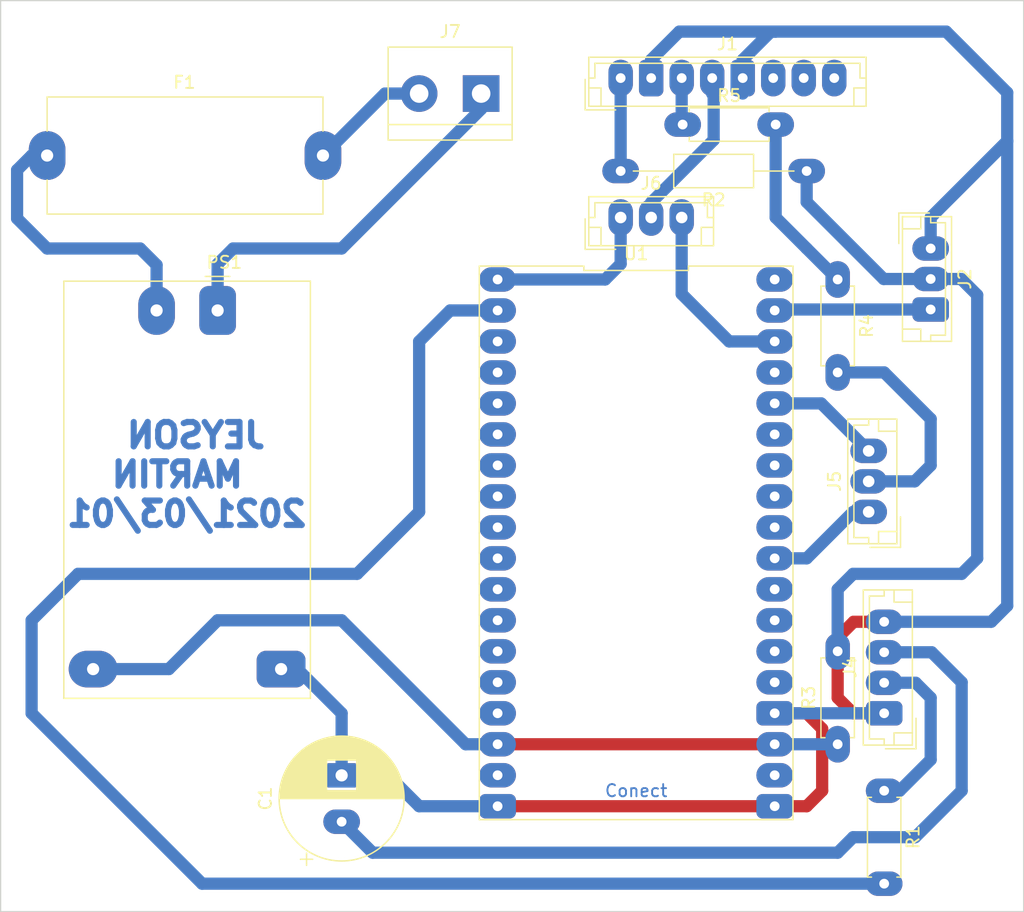
<source format=kicad_pcb>
(kicad_pcb (version 20171130) (host pcbnew "(5.1.6)-1")

  (general
    (thickness 1.6)
    (drawings 6)
    (tracks 117)
    (zones 0)
    (modules 15)
    (nets 48)
  )

  (page A4)
  (layers
    (0 F.Cu signal)
    (31 B.Cu signal)
    (32 B.Adhes user)
    (33 F.Adhes user)
    (34 B.Paste user)
    (35 F.Paste user)
    (36 B.SilkS user)
    (37 F.SilkS user)
    (38 B.Mask user)
    (39 F.Mask user)
    (40 Dwgs.User user)
    (41 Cmts.User user)
    (42 Eco1.User user)
    (43 Eco2.User user)
    (44 Edge.Cuts user)
    (45 Margin user)
    (46 B.CrtYd user)
    (47 F.CrtYd user)
    (48 B.Fab user)
    (49 F.Fab user)
  )

  (setup
    (last_trace_width 1)
    (trace_clearance 0.8)
    (zone_clearance 0.508)
    (zone_45_only no)
    (trace_min 0.2)
    (via_size 0.8)
    (via_drill 0.4)
    (via_min_size 0.4)
    (via_min_drill 0.3)
    (uvia_size 0.3)
    (uvia_drill 0.1)
    (uvias_allowed no)
    (uvia_min_size 0.2)
    (uvia_min_drill 0.1)
    (edge_width 0.05)
    (segment_width 0.2)
    (pcb_text_width 0.3)
    (pcb_text_size 1.5 1.5)
    (mod_edge_width 0.12)
    (mod_text_size 1 1)
    (mod_text_width 0.15)
    (pad_size 2 3)
    (pad_drill 0.95)
    (pad_to_mask_clearance 0.05)
    (aux_axis_origin 0 0)
    (visible_elements 7FFFFFFF)
    (pcbplotparams
      (layerselection 0x01000_fffffffe)
      (usegerberextensions false)
      (usegerberattributes true)
      (usegerberadvancedattributes true)
      (creategerberjobfile true)
      (excludeedgelayer true)
      (linewidth 0.100000)
      (plotframeref false)
      (viasonmask false)
      (mode 1)
      (useauxorigin false)
      (hpglpennumber 1)
      (hpglpenspeed 20)
      (hpglpendiameter 15.000000)
      (psnegative false)
      (psa4output false)
      (plotreference true)
      (plotvalue true)
      (plotinvisibletext false)
      (padsonsilk false)
      (subtractmaskfromsilk false)
      (outputformat 1)
      (mirror false)
      (drillshape 0)
      (scaleselection 1)
      (outputdirectory "../Trazar 2/"))
  )

  (net 0 "")
  (net 1 "Net-(J1-Pad8)")
  (net 2 "Net-(J1-Pad7)")
  (net 3 "Net-(J1-Pad6)")
  (net 4 GND)
  (net 5 3V3)
  (net 6 17)
  (net 7 "Net-(U1-Pad15)")
  (net 8 "Net-(U1-Pad14)")
  (net 9 "Net-(U1-Pad23)")
  (net 10 "Net-(U1-Pad13)")
  (net 11 "Net-(U1-Pad24)")
  (net 12 "Net-(U1-Pad12)")
  (net 13 "Net-(U1-Pad25)")
  (net 14 "Net-(U1-Pad26)")
  (net 15 "Net-(U1-Pad10)")
  (net 16 "Net-(U1-Pad9)")
  (net 17 "Net-(U1-Pad28)")
  (net 18 "Net-(U1-Pad8)")
  (net 19 "Net-(U1-Pad29)")
  (net 20 "Net-(U1-Pad7)")
  (net 21 "Net-(U1-Pad30)")
  (net 22 "Net-(U1-Pad6)")
  (net 23 "Net-(U1-Pad31)")
  (net 24 "Net-(U1-Pad5)")
  (net 25 "Net-(U1-Pad4)")
  (net 26 "Net-(U1-Pad33)")
  (net 27 "Net-(U1-Pad3)")
  (net 28 "Net-(U1-Pad36)")
  (net 29 "Net-(J4-Pad2)")
  (net 30 DIN)
  (net 31 SDA)
  (net 32 SCL)
  (net 33 15)
  (net 34 21)
  (net 35 4)
  (net 36 22)
  (net 37 "Net-(F1-Pad2)")
  (net 38 "Net-(F1-Pad1)")
  (net 39 3.3V)
  (net 40 "Net-(J7-Pad2)")
  (net 41 "Net-(U1-Pad17)")
  (net 42 "Net-(U1-Pad20)")
  (net 43 "Net-(U1-Pad11)")
  (net 44 "Net-(J1-Pad1)")
  (net 45 Vcc)
  (net 46 scl)
  (net 47 "Net-(R4-Pad1)")

  (net_class Default "This is the default net class."
    (clearance 0.8)
    (trace_width 1)
    (via_dia 0.8)
    (via_drill 0.4)
    (uvia_dia 0.3)
    (uvia_drill 0.1)
    (add_net 15)
    (add_net 17)
    (add_net 21)
    (add_net 22)
    (add_net 3.3V)
    (add_net 3V3)
    (add_net 4)
    (add_net DIN)
    (add_net GND)
    (add_net "Net-(F1-Pad1)")
    (add_net "Net-(F1-Pad2)")
    (add_net "Net-(J1-Pad1)")
    (add_net "Net-(J1-Pad6)")
    (add_net "Net-(J1-Pad7)")
    (add_net "Net-(J1-Pad8)")
    (add_net "Net-(J4-Pad2)")
    (add_net "Net-(J7-Pad2)")
    (add_net "Net-(R4-Pad1)")
    (add_net "Net-(U1-Pad10)")
    (add_net "Net-(U1-Pad11)")
    (add_net "Net-(U1-Pad12)")
    (add_net "Net-(U1-Pad13)")
    (add_net "Net-(U1-Pad14)")
    (add_net "Net-(U1-Pad15)")
    (add_net "Net-(U1-Pad17)")
    (add_net "Net-(U1-Pad20)")
    (add_net "Net-(U1-Pad23)")
    (add_net "Net-(U1-Pad24)")
    (add_net "Net-(U1-Pad25)")
    (add_net "Net-(U1-Pad26)")
    (add_net "Net-(U1-Pad28)")
    (add_net "Net-(U1-Pad29)")
    (add_net "Net-(U1-Pad3)")
    (add_net "Net-(U1-Pad30)")
    (add_net "Net-(U1-Pad31)")
    (add_net "Net-(U1-Pad33)")
    (add_net "Net-(U1-Pad36)")
    (add_net "Net-(U1-Pad4)")
    (add_net "Net-(U1-Pad5)")
    (add_net "Net-(U1-Pad6)")
    (add_net "Net-(U1-Pad7)")
    (add_net "Net-(U1-Pad8)")
    (add_net "Net-(U1-Pad9)")
    (add_net SCL)
    (add_net SDA)
    (add_net Vcc)
    (add_net scl)
  )

  (module Resistor_THT:R_Axial_DIN0207_L6.3mm_D2.5mm_P7.62mm_Horizontal (layer F.Cu) (tedit 6040A11A) (tstamp 60414BB3)
    (at 132.08 85.09)
    (descr "Resistor, Axial_DIN0207 series, Axial, Horizontal, pin pitch=7.62mm, 0.25W = 1/4W, length*diameter=6.3*2.5mm^2, http://cdn-reichelt.de/documents/datenblatt/B400/1_4W%23YAG.pdf")
    (tags "Resistor Axial_DIN0207 series Axial Horizontal pin pitch 7.62mm 0.25W = 1/4W length 6.3mm diameter 2.5mm")
    (path /6042609E)
    (fp_text reference R5 (at 3.81 -2.37) (layer F.SilkS)
      (effects (font (size 1 1) (thickness 0.15)))
    )
    (fp_text value puente (at 3.81 2.37) (layer F.Fab)
      (effects (font (size 1 1) (thickness 0.15)))
    )
    (fp_line (start 8.67 -1.5) (end -1.05 -1.5) (layer F.CrtYd) (width 0.05))
    (fp_line (start 8.67 1.5) (end 8.67 -1.5) (layer F.CrtYd) (width 0.05))
    (fp_line (start -1.05 1.5) (end 8.67 1.5) (layer F.CrtYd) (width 0.05))
    (fp_line (start -1.05 -1.5) (end -1.05 1.5) (layer F.CrtYd) (width 0.05))
    (fp_line (start 7.08 1.37) (end 7.08 1.04) (layer F.SilkS) (width 0.12))
    (fp_line (start 0.54 1.37) (end 7.08 1.37) (layer F.SilkS) (width 0.12))
    (fp_line (start 0.54 1.04) (end 0.54 1.37) (layer F.SilkS) (width 0.12))
    (fp_line (start 7.08 -1.37) (end 7.08 -1.04) (layer F.SilkS) (width 0.12))
    (fp_line (start 0.54 -1.37) (end 7.08 -1.37) (layer F.SilkS) (width 0.12))
    (fp_line (start 0.54 -1.04) (end 0.54 -1.37) (layer F.SilkS) (width 0.12))
    (fp_line (start 7.62 0) (end 6.96 0) (layer F.Fab) (width 0.1))
    (fp_line (start 0 0) (end 0.66 0) (layer F.Fab) (width 0.1))
    (fp_line (start 6.96 -1.25) (end 0.66 -1.25) (layer F.Fab) (width 0.1))
    (fp_line (start 6.96 1.25) (end 6.96 -1.25) (layer F.Fab) (width 0.1))
    (fp_line (start 0.66 1.25) (end 6.96 1.25) (layer F.Fab) (width 0.1))
    (fp_line (start 0.66 -1.25) (end 0.66 1.25) (layer F.Fab) (width 0.1))
    (fp_text user %R (at 3.81 0) (layer F.Fab)
      (effects (font (size 1 1) (thickness 0.15)))
    )
    (pad 2 thru_hole oval (at 7.62 0) (size 3 2) (drill 0.8) (layers *.Cu *.Mask)
      (net 47 "Net-(R4-Pad1)"))
    (pad 1 thru_hole oval (at 0 0) (size 3 2) (drill 0.8) (layers *.Cu *.Mask)
      (net 32 SCL))
    (model ${KISYS3DMOD}/Resistor_THT.3dshapes/R_Axial_DIN0207_L6.3mm_D2.5mm_P7.62mm_Horizontal.wrl
      (at (xyz 0 0 0))
      (scale (xyz 1 1 1))
      (rotate (xyz 0 0 0))
    )
  )

  (module Resistor_THT:R_Axial_DIN0207_L6.3mm_D2.5mm_P7.62mm_Horizontal (layer F.Cu) (tedit 5AE5139B) (tstamp 60414B9C)
    (at 144.78 97.79 270)
    (descr "Resistor, Axial_DIN0207 series, Axial, Horizontal, pin pitch=7.62mm, 0.25W = 1/4W, length*diameter=6.3*2.5mm^2, http://cdn-reichelt.de/documents/datenblatt/B400/1_4W%23YAG.pdf")
    (tags "Resistor Axial_DIN0207 series Axial Horizontal pin pitch 7.62mm 0.25W = 1/4W length 6.3mm diameter 2.5mm")
    (path /60426C97)
    (fp_text reference R4 (at 3.81 -2.37 90) (layer F.SilkS)
      (effects (font (size 1 1) (thickness 0.15)))
    )
    (fp_text value puente (at 3.81 2.37 90) (layer F.Fab)
      (effects (font (size 1 1) (thickness 0.15)))
    )
    (fp_line (start 8.67 -1.5) (end -1.05 -1.5) (layer F.CrtYd) (width 0.05))
    (fp_line (start 8.67 1.5) (end 8.67 -1.5) (layer F.CrtYd) (width 0.05))
    (fp_line (start -1.05 1.5) (end 8.67 1.5) (layer F.CrtYd) (width 0.05))
    (fp_line (start -1.05 -1.5) (end -1.05 1.5) (layer F.CrtYd) (width 0.05))
    (fp_line (start 7.08 1.37) (end 7.08 1.04) (layer F.SilkS) (width 0.12))
    (fp_line (start 0.54 1.37) (end 7.08 1.37) (layer F.SilkS) (width 0.12))
    (fp_line (start 0.54 1.04) (end 0.54 1.37) (layer F.SilkS) (width 0.12))
    (fp_line (start 7.08 -1.37) (end 7.08 -1.04) (layer F.SilkS) (width 0.12))
    (fp_line (start 0.54 -1.37) (end 7.08 -1.37) (layer F.SilkS) (width 0.12))
    (fp_line (start 0.54 -1.04) (end 0.54 -1.37) (layer F.SilkS) (width 0.12))
    (fp_line (start 7.62 0) (end 6.96 0) (layer F.Fab) (width 0.1))
    (fp_line (start 0 0) (end 0.66 0) (layer F.Fab) (width 0.1))
    (fp_line (start 6.96 -1.25) (end 0.66 -1.25) (layer F.Fab) (width 0.1))
    (fp_line (start 6.96 1.25) (end 6.96 -1.25) (layer F.Fab) (width 0.1))
    (fp_line (start 0.66 1.25) (end 6.96 1.25) (layer F.Fab) (width 0.1))
    (fp_line (start 0.66 -1.25) (end 0.66 1.25) (layer F.Fab) (width 0.1))
    (fp_text user %R (at 3.81 0 90) (layer F.Fab)
      (effects (font (size 1 1) (thickness 0.15)))
    )
    (pad 2 thru_hole oval (at 7.62 0 270) (size 3 2) (drill 0.8) (layers *.Cu *.Mask)
      (net 46 scl))
    (pad 1 thru_hole oval (at 0 0 270) (size 3 2) (drill 0.8) (layers *.Cu *.Mask)
      (net 47 "Net-(R4-Pad1)"))
    (model ${KISYS3DMOD}/Resistor_THT.3dshapes/R_Axial_DIN0207_L6.3mm_D2.5mm_P7.62mm_Horizontal.wrl
      (at (xyz 0 0 0))
      (scale (xyz 1 1 1))
      (rotate (xyz 0 0 0))
    )
  )

  (module Resistor_THT:R_Axial_DIN0207_L6.3mm_D2.5mm_P7.62mm_Horizontal (layer F.Cu) (tedit 5AE5139B) (tstamp 604123ED)
    (at 144.78 135.89 90)
    (descr "Resistor, Axial_DIN0207 series, Axial, Horizontal, pin pitch=7.62mm, 0.25W = 1/4W, length*diameter=6.3*2.5mm^2, http://cdn-reichelt.de/documents/datenblatt/B400/1_4W%23YAG.pdf")
    (tags "Resistor Axial_DIN0207 series Axial Horizontal pin pitch 7.62mm 0.25W = 1/4W length 6.3mm diameter 2.5mm")
    (path /60418DA4)
    (fp_text reference R3 (at 3.81 -2.37 90) (layer F.SilkS)
      (effects (font (size 1 1) (thickness 0.15)))
    )
    (fp_text value puente (at 3.81 2.37 90) (layer F.Fab)
      (effects (font (size 1 1) (thickness 0.15)))
    )
    (fp_line (start 8.67 -1.5) (end -1.05 -1.5) (layer F.CrtYd) (width 0.05))
    (fp_line (start 8.67 1.5) (end 8.67 -1.5) (layer F.CrtYd) (width 0.05))
    (fp_line (start -1.05 1.5) (end 8.67 1.5) (layer F.CrtYd) (width 0.05))
    (fp_line (start -1.05 -1.5) (end -1.05 1.5) (layer F.CrtYd) (width 0.05))
    (fp_line (start 7.08 1.37) (end 7.08 1.04) (layer F.SilkS) (width 0.12))
    (fp_line (start 0.54 1.37) (end 7.08 1.37) (layer F.SilkS) (width 0.12))
    (fp_line (start 0.54 1.04) (end 0.54 1.37) (layer F.SilkS) (width 0.12))
    (fp_line (start 7.08 -1.37) (end 7.08 -1.04) (layer F.SilkS) (width 0.12))
    (fp_line (start 0.54 -1.37) (end 7.08 -1.37) (layer F.SilkS) (width 0.12))
    (fp_line (start 0.54 -1.04) (end 0.54 -1.37) (layer F.SilkS) (width 0.12))
    (fp_line (start 7.62 0) (end 6.96 0) (layer F.Fab) (width 0.1))
    (fp_line (start 0 0) (end 0.66 0) (layer F.Fab) (width 0.1))
    (fp_line (start 6.96 -1.25) (end 0.66 -1.25) (layer F.Fab) (width 0.1))
    (fp_line (start 6.96 1.25) (end 6.96 -1.25) (layer F.Fab) (width 0.1))
    (fp_line (start 0.66 1.25) (end 6.96 1.25) (layer F.Fab) (width 0.1))
    (fp_line (start 0.66 -1.25) (end 0.66 1.25) (layer F.Fab) (width 0.1))
    (fp_text user %R (at 3.81 0 90) (layer F.Fab)
      (effects (font (size 1 1) (thickness 0.15)))
    )
    (pad 2 thru_hole oval (at 7.62 0 90) (size 3 2) (drill 0.8) (layers *.Cu *.Mask)
      (net 45 Vcc))
    (pad 1 thru_hole oval (at 0 0 90) (size 3 2) (drill 0.8) (layers *.Cu *.Mask)
      (net 5 3V3))
    (model ${KISYS3DMOD}/Resistor_THT.3dshapes/R_Axial_DIN0207_L6.3mm_D2.5mm_P7.62mm_Horizontal.wrl
      (at (xyz 0 0 0))
      (scale (xyz 1 1 1))
      (rotate (xyz 0 0 0))
    )
  )

  (module Resistor_THT:R_Axial_DIN0207_L6.3mm_D2.5mm_P15.24mm_Horizontal (layer F.Cu) (tedit 5AE5139B) (tstamp 604123D6)
    (at 142.24 88.9 180)
    (descr "Resistor, Axial_DIN0207 series, Axial, Horizontal, pin pitch=15.24mm, 0.25W = 1/4W, length*diameter=6.3*2.5mm^2, http://cdn-reichelt.de/documents/datenblatt/B400/1_4W%23YAG.pdf")
    (tags "Resistor Axial_DIN0207 series Axial Horizontal pin pitch 15.24mm 0.25W = 1/4W length 6.3mm diameter 2.5mm")
    (path /60418A8C)
    (fp_text reference R2 (at 7.62 -2.37) (layer F.SilkS)
      (effects (font (size 1 1) (thickness 0.15)))
    )
    (fp_text value puente (at 7.62 2.37) (layer F.Fab)
      (effects (font (size 1 1) (thickness 0.15)))
    )
    (fp_line (start 16.29 -1.5) (end -1.05 -1.5) (layer F.CrtYd) (width 0.05))
    (fp_line (start 16.29 1.5) (end 16.29 -1.5) (layer F.CrtYd) (width 0.05))
    (fp_line (start -1.05 1.5) (end 16.29 1.5) (layer F.CrtYd) (width 0.05))
    (fp_line (start -1.05 -1.5) (end -1.05 1.5) (layer F.CrtYd) (width 0.05))
    (fp_line (start 14.2 0) (end 10.89 0) (layer F.SilkS) (width 0.12))
    (fp_line (start 1.04 0) (end 4.35 0) (layer F.SilkS) (width 0.12))
    (fp_line (start 10.89 -1.37) (end 4.35 -1.37) (layer F.SilkS) (width 0.12))
    (fp_line (start 10.89 1.37) (end 10.89 -1.37) (layer F.SilkS) (width 0.12))
    (fp_line (start 4.35 1.37) (end 10.89 1.37) (layer F.SilkS) (width 0.12))
    (fp_line (start 4.35 -1.37) (end 4.35 1.37) (layer F.SilkS) (width 0.12))
    (fp_line (start 15.24 0) (end 10.77 0) (layer F.Fab) (width 0.1))
    (fp_line (start 0 0) (end 4.47 0) (layer F.Fab) (width 0.1))
    (fp_line (start 10.77 -1.25) (end 4.47 -1.25) (layer F.Fab) (width 0.1))
    (fp_line (start 10.77 1.25) (end 10.77 -1.25) (layer F.Fab) (width 0.1))
    (fp_line (start 4.47 1.25) (end 10.77 1.25) (layer F.Fab) (width 0.1))
    (fp_line (start 4.47 -1.25) (end 4.47 1.25) (layer F.Fab) (width 0.1))
    (fp_text user %R (at 7.62 0) (layer F.Fab)
      (effects (font (size 1 1) (thickness 0.15)))
    )
    (pad 2 thru_hole oval (at 15.24 0 180) (size 3 2) (drill 0.8) (layers *.Cu *.Mask)
      (net 44 "Net-(J1-Pad1)"))
    (pad 1 thru_hole oval (at 0 0 180) (size 3 2) (drill 0.8) (layers *.Cu *.Mask)
      (net 45 Vcc))
    (model ${KISYS3DMOD}/Resistor_THT.3dshapes/R_Axial_DIN0207_L6.3mm_D2.5mm_P15.24mm_Horizontal.wrl
      (at (xyz 0 0 0))
      (scale (xyz 1 1 1))
      (rotate (xyz 0 0 0))
    )
  )

  (module liburua:TTGO-ESP32 (layer F.Cu) (tedit 603DEA66) (tstamp 6037B601)
    (at 128.27 119.38 270)
    (path /603672B1)
    (fp_text reference U1 (at -23.69 0) (layer F.SilkS)
      (effects (font (size 1 1) (thickness 0.15)))
    )
    (fp_text value TTGO-ESP32 (at 0 0 90) (layer F.Fab)
      (effects (font (size 1 1) (thickness 0.15)))
    )
    (fp_line (start -22.69 12.849999) (end 22.69 12.85) (layer F.SilkS) (width 0.12))
    (fp_line (start 22.69 12.85) (end 22.69 -12.849999) (layer F.SilkS) (width 0.12))
    (fp_line (start 22.69 -12.849999) (end -22.69 -12.85) (layer F.SilkS) (width 0.12))
    (fp_line (start -22.69 -12.85) (end -22.69 -4.283333) (layer F.SilkS) (width 0.12))
    (fp_line (start -22.69 -4.283333) (end -22.33 -4.283333) (layer F.SilkS) (width 0.12))
    (fp_line (start -22.33 -4.283333) (end -22.33 4.283333) (layer F.SilkS) (width 0.12))
    (fp_line (start -22.33 4.283333) (end -22.69 4.283333) (layer F.SilkS) (width 0.12))
    (fp_line (start -22.69 4.283333) (end -22.69 12.849999) (layer F.SilkS) (width 0.12))
    (fp_line (start -22.44 -12.6) (end 22.44 -12.6) (layer F.CrtYd) (width 0.05))
    (fp_line (start 22.44 -12.6) (end 22.44 12.6) (layer F.CrtYd) (width 0.05))
    (fp_line (start 22.44 12.6) (end -22.44 12.6) (layer F.CrtYd) (width 0.05))
    (fp_line (start -22.44 12.6) (end -22.44 -12.6) (layer F.CrtYd) (width 0.05))
    (pad 18 thru_hole roundrect (at 21.59 11.35 270) (size 2 3) (drill 0.8) (layers *.Cu *.Mask) (roundrect_rratio 0.25)
      (net 4 GND))
    (pad 19 thru_hole roundrect (at 21.59 -11.35 270) (size 2 3) (drill 0.8) (layers *.Cu *.Mask) (roundrect_rratio 0.25)
      (net 4 GND))
    (pad 17 thru_hole oval (at 19.05 11.35 270) (size 2 3) (drill 0.8) (layers *.Cu *.Mask)
      (net 41 "Net-(U1-Pad17)"))
    (pad 20 thru_hole oval (at 19.05 -11.35 270) (size 2 3) (drill 0.8) (layers *.Cu *.Mask)
      (net 42 "Net-(U1-Pad20)"))
    (pad 16 thru_hole oval (at 16.51 11.35 270) (size 2 3) (drill 0.8) (layers *.Cu *.Mask)
      (net 5 3V3))
    (pad 21 thru_hole oval (at 16.51 -11.35 270) (size 2 3) (drill 0.8) (layers *.Cu *.Mask)
      (net 5 3V3))
    (pad 15 thru_hole oval (at 13.97 11.35 270) (size 2 3) (drill 0.8) (layers *.Cu *.Mask)
      (net 7 "Net-(U1-Pad15)"))
    (pad 22 thru_hole roundrect (at 13.97 -11.35 270) (size 2 3) (drill 0.8) (layers *.Cu *.Mask) (roundrect_rratio 0.25)
      (net 4 GND))
    (pad 14 thru_hole oval (at 11.43 11.35 270) (size 2 3) (drill 0.8) (layers *.Cu *.Mask)
      (net 8 "Net-(U1-Pad14)"))
    (pad 23 thru_hole oval (at 11.43 -11.35 270) (size 2 3) (drill 0.8) (layers *.Cu *.Mask)
      (net 9 "Net-(U1-Pad23)"))
    (pad 13 thru_hole oval (at 8.89 11.35 270) (size 2 3) (drill 0.8) (layers *.Cu *.Mask)
      (net 10 "Net-(U1-Pad13)"))
    (pad 24 thru_hole oval (at 8.89 -11.35 270) (size 2 3) (drill 0.8) (layers *.Cu *.Mask)
      (net 11 "Net-(U1-Pad24)"))
    (pad 12 thru_hole oval (at 6.35 11.35 270) (size 2 3) (drill 0.8) (layers *.Cu *.Mask)
      (net 12 "Net-(U1-Pad12)"))
    (pad 25 thru_hole oval (at 6.35 -11.35 270) (size 2 3) (drill 0.8) (layers *.Cu *.Mask)
      (net 13 "Net-(U1-Pad25)"))
    (pad 11 thru_hole oval (at 3.81 11.35 270) (size 2 3) (drill 0.8) (layers *.Cu *.Mask)
      (net 43 "Net-(U1-Pad11)"))
    (pad 26 thru_hole oval (at 3.81 -11.35 270) (size 2 3) (drill 0.8) (layers *.Cu *.Mask)
      (net 14 "Net-(U1-Pad26)"))
    (pad 10 thru_hole oval (at 1.27 11.35 270) (size 2 3) (drill 0.8) (layers *.Cu *.Mask)
      (net 15 "Net-(U1-Pad10)"))
    (pad 27 thru_hole oval (at 1.27 -11.35 270) (size 2 3) (drill 0.8) (layers *.Cu *.Mask)
      (net 36 22))
    (pad 9 thru_hole oval (at -1.27 11.35 270) (size 2 3) (drill 0.8) (layers *.Cu *.Mask)
      (net 16 "Net-(U1-Pad9)"))
    (pad 28 thru_hole oval (at -1.27 -11.35 270) (size 2 3) (drill 0.8) (layers *.Cu *.Mask)
      (net 17 "Net-(U1-Pad28)"))
    (pad 8 thru_hole oval (at -3.81 11.35 270) (size 2 3) (drill 0.8) (layers *.Cu *.Mask)
      (net 18 "Net-(U1-Pad8)"))
    (pad 29 thru_hole oval (at -3.81 -11.35 270) (size 2 3) (drill 0.8) (layers *.Cu *.Mask)
      (net 19 "Net-(U1-Pad29)"))
    (pad 7 thru_hole oval (at -6.35 11.35 270) (size 2 3) (drill 0.8) (layers *.Cu *.Mask)
      (net 20 "Net-(U1-Pad7)"))
    (pad 30 thru_hole oval (at -6.35 -11.35 270) (size 2 3) (drill 0.8) (layers *.Cu *.Mask)
      (net 21 "Net-(U1-Pad30)"))
    (pad 6 thru_hole oval (at -8.89 11.35 270) (size 2 3) (drill 0.8) (layers *.Cu *.Mask)
      (net 22 "Net-(U1-Pad6)"))
    (pad 31 thru_hole oval (at -8.89 -11.35 270) (size 2 3) (drill 0.8) (layers *.Cu *.Mask)
      (net 23 "Net-(U1-Pad31)"))
    (pad 5 thru_hole oval (at -11.43 11.35 270) (size 2 3) (drill 0.8) (layers *.Cu *.Mask)
      (net 24 "Net-(U1-Pad5)"))
    (pad 32 thru_hole oval (at -11.43 -11.35 270) (size 2 3) (drill 0.8) (layers *.Cu *.Mask)
      (net 33 15))
    (pad 4 thru_hole oval (at -13.97 11.35 270) (size 2 3) (drill 0.8) (layers *.Cu *.Mask)
      (net 25 "Net-(U1-Pad4)"))
    (pad 33 thru_hole oval (at -13.97 -11.35 270) (size 2 3) (drill 0.8) (layers *.Cu *.Mask)
      (net 26 "Net-(U1-Pad33)"))
    (pad 3 thru_hole oval (at -16.51 11.35 270) (size 2 3) (drill 0.8) (layers *.Cu *.Mask)
      (net 27 "Net-(U1-Pad3)"))
    (pad 34 thru_hole oval (at -16.51 -11.35 270) (size 2 3) (drill 0.8) (layers *.Cu *.Mask)
      (net 35 4))
    (pad 2 thru_hole oval (at -19.05 11.35 270) (size 2 3) (drill 0.8) (layers *.Cu *.Mask)
      (net 30 DIN))
    (pad 35 thru_hole oval (at -19.05 -11.35 270) (size 2 3) (drill 0.8) (layers *.Cu *.Mask)
      (net 6 17))
    (pad 1 thru_hole oval (at -21.59 11.35 270) (size 2 3) (drill 0.8) (layers *.Cu *.Mask)
      (net 34 21))
    (pad 36 thru_hole oval (at -21.59 -11.35 270) (size 2 3) (drill 0.8) (layers *.Cu *.Mask)
      (net 28 "Net-(U1-Pad36)"))
  )

  (module Connector_JST:JST_EH_B3B-EH-A_1x03_P2.50mm_Vertical (layer F.Cu) (tedit 6040A1A2) (tstamp 603CD06D)
    (at 147.32 116.84 90)
    (descr "JST EH series connector, B3B-EH-A (http://www.jst-mfg.com/product/pdf/eng/eEH.pdf), generated with kicad-footprint-generator")
    (tags "connector JST EH vertical")
    (path /603D1E22)
    (fp_text reference J5 (at 2.5 -2.8 90) (layer F.SilkS)
      (effects (font (size 1 1) (thickness 0.15)))
    )
    (fp_text value Conn_01x03 (at 2.5 3.4 90) (layer F.Fab)
      (effects (font (size 1 1) (thickness 0.15)))
    )
    (fp_line (start -2.5 -1.6) (end -2.5 2.2) (layer F.Fab) (width 0.1))
    (fp_line (start -2.5 2.2) (end 7.5 2.2) (layer F.Fab) (width 0.1))
    (fp_line (start 7.5 2.2) (end 7.5 -1.6) (layer F.Fab) (width 0.1))
    (fp_line (start 7.5 -1.6) (end -2.5 -1.6) (layer F.Fab) (width 0.1))
    (fp_line (start -3 -2.1) (end -3 2.7) (layer F.CrtYd) (width 0.05))
    (fp_line (start -3 2.7) (end 8 2.7) (layer F.CrtYd) (width 0.05))
    (fp_line (start 8 2.7) (end 8 -2.1) (layer F.CrtYd) (width 0.05))
    (fp_line (start 8 -2.1) (end -3 -2.1) (layer F.CrtYd) (width 0.05))
    (fp_line (start -2.61 -1.71) (end -2.61 2.31) (layer F.SilkS) (width 0.12))
    (fp_line (start -2.61 2.31) (end 7.61 2.31) (layer F.SilkS) (width 0.12))
    (fp_line (start 7.61 2.31) (end 7.61 -1.71) (layer F.SilkS) (width 0.12))
    (fp_line (start 7.61 -1.71) (end -2.61 -1.71) (layer F.SilkS) (width 0.12))
    (fp_line (start -2.61 0) (end -2.11 0) (layer F.SilkS) (width 0.12))
    (fp_line (start -2.11 0) (end -2.11 -1.21) (layer F.SilkS) (width 0.12))
    (fp_line (start -2.11 -1.21) (end 7.11 -1.21) (layer F.SilkS) (width 0.12))
    (fp_line (start 7.11 -1.21) (end 7.11 0) (layer F.SilkS) (width 0.12))
    (fp_line (start 7.11 0) (end 7.61 0) (layer F.SilkS) (width 0.12))
    (fp_line (start -2.61 0.81) (end -1.61 0.81) (layer F.SilkS) (width 0.12))
    (fp_line (start -1.61 0.81) (end -1.61 2.31) (layer F.SilkS) (width 0.12))
    (fp_line (start 7.61 0.81) (end 6.61 0.81) (layer F.SilkS) (width 0.12))
    (fp_line (start 6.61 0.81) (end 6.61 2.31) (layer F.SilkS) (width 0.12))
    (fp_line (start -2.91 0.11) (end -2.91 2.61) (layer F.SilkS) (width 0.12))
    (fp_line (start -2.91 2.61) (end -0.41 2.61) (layer F.SilkS) (width 0.12))
    (fp_line (start -2.91 0.11) (end -2.91 2.61) (layer F.Fab) (width 0.1))
    (fp_line (start -2.91 2.61) (end -0.41 2.61) (layer F.Fab) (width 0.1))
    (fp_text user %R (at 2.5 1.5 90) (layer F.Fab)
      (effects (font (size 1 1) (thickness 0.15)))
    )
    (pad 3 thru_hole oval (at 5 0 90) (size 2 3) (drill 0.95) (layers *.Cu *.Mask)
      (net 33 15))
    (pad 2 thru_hole oval (at 2.5 0 90) (size 2 3) (drill 0.95) (layers *.Cu *.Mask)
      (net 46 scl))
    (pad 1 thru_hole oval (at 0 0 90) (size 2 3) (drill 0.95) (layers *.Cu *.Mask)
      (net 36 22))
    (model ${KISYS3DMOD}/Connector_JST.3dshapes/JST_EH_B3B-EH-A_1x03_P2.50mm_Vertical.wrl
      (at (xyz 0 0 0))
      (scale (xyz 1 1 1))
      (rotate (xyz 0 0 0))
    )
  )

  (module Resistor_THT:R_Axial_DIN0207_L6.3mm_D2.5mm_P7.62mm_Horizontal (layer F.Cu) (tedit 5AE5139B) (tstamp 603CBF44)
    (at 148.59 139.7 270)
    (descr "Resistor, Axial_DIN0207 series, Axial, Horizontal, pin pitch=7.62mm, 0.25W = 1/4W, length*diameter=6.3*2.5mm^2, http://cdn-reichelt.de/documents/datenblatt/B400/1_4W%23YAG.pdf")
    (tags "Resistor Axial_DIN0207 series Axial Horizontal pin pitch 7.62mm 0.25W = 1/4W length 6.3mm diameter 2.5mm")
    (path /603D20FE)
    (fp_text reference R1 (at 3.81 -2.37 90) (layer F.SilkS)
      (effects (font (size 1 1) (thickness 0.15)))
    )
    (fp_text value 470 (at 3.81 2.37 90) (layer F.Fab)
      (effects (font (size 1 1) (thickness 0.15)))
    )
    (fp_line (start 0.66 -1.25) (end 0.66 1.25) (layer F.Fab) (width 0.1))
    (fp_line (start 0.66 1.25) (end 6.96 1.25) (layer F.Fab) (width 0.1))
    (fp_line (start 6.96 1.25) (end 6.96 -1.25) (layer F.Fab) (width 0.1))
    (fp_line (start 6.96 -1.25) (end 0.66 -1.25) (layer F.Fab) (width 0.1))
    (fp_line (start 0 0) (end 0.66 0) (layer F.Fab) (width 0.1))
    (fp_line (start 7.62 0) (end 6.96 0) (layer F.Fab) (width 0.1))
    (fp_line (start 0.54 -1.04) (end 0.54 -1.37) (layer F.SilkS) (width 0.12))
    (fp_line (start 0.54 -1.37) (end 7.08 -1.37) (layer F.SilkS) (width 0.12))
    (fp_line (start 7.08 -1.37) (end 7.08 -1.04) (layer F.SilkS) (width 0.12))
    (fp_line (start 0.54 1.04) (end 0.54 1.37) (layer F.SilkS) (width 0.12))
    (fp_line (start 0.54 1.37) (end 7.08 1.37) (layer F.SilkS) (width 0.12))
    (fp_line (start 7.08 1.37) (end 7.08 1.04) (layer F.SilkS) (width 0.12))
    (fp_line (start -1.05 -1.5) (end -1.05 1.5) (layer F.CrtYd) (width 0.05))
    (fp_line (start -1.05 1.5) (end 8.67 1.5) (layer F.CrtYd) (width 0.05))
    (fp_line (start 8.67 1.5) (end 8.67 -1.5) (layer F.CrtYd) (width 0.05))
    (fp_line (start 8.67 -1.5) (end -1.05 -1.5) (layer F.CrtYd) (width 0.05))
    (fp_text user %R (at 3.81 0 180) (layer F.Fab)
      (effects (font (size 1 1) (thickness 0.15)))
    )
    (pad 2 thru_hole oval (at 7.62 0 270) (size 2 3) (drill 0.8) (layers *.Cu *.Mask)
      (net 30 DIN))
    (pad 1 thru_hole oval (at 0 0 270) (size 2 3) (drill 0.8) (layers *.Cu *.Mask)
      (net 29 "Net-(J4-Pad2)"))
    (model ${KISYS3DMOD}/Resistor_THT.3dshapes/R_Axial_DIN0207_L6.3mm_D2.5mm_P7.62mm_Horizontal.wrl
      (at (xyz 0 0 0))
      (scale (xyz 1 1 1))
      (rotate (xyz 0 0 0))
    )
  )

  (module Converter_ACDC:Converter_ACDC_HiLink_HLK-PMxx (layer F.Cu) (tedit 603DEA55) (tstamp 603CF462)
    (at 93.98 100.33 270)
    (descr "ACDC-Converter, 3W, HiLink, HLK-PMxx, THT, http://www.hlktech.net/product_detail.php?ProId=54")
    (tags "ACDC-Converter 3W THT HiLink board mount module")
    (path /603E09F3)
    (fp_text reference PS1 (at -3.94 -0.55) (layer F.SilkS)
      (effects (font (size 1 1) (thickness 0.15)))
    )
    (fp_text value HLK-PM03 (at 15.79 13.85 90) (layer F.Fab)
      (effects (font (size 1 1) (thickness 0.15)))
    )
    (fp_line (start -2.3 12.5) (end 31.7 12.5) (layer F.Fab) (width 0.1))
    (fp_line (start 31.7 12.5) (end 31.7 -7.5) (layer F.Fab) (width 0.1))
    (fp_line (start -2.3 12.5) (end -2.3 0.99) (layer F.Fab) (width 0.1))
    (fp_line (start -2.3 -7.5) (end 31.7 -7.5) (layer F.Fab) (width 0.1))
    (fp_line (start -1.29 0) (end -2.29 1) (layer F.Fab) (width 0.1))
    (fp_line (start -2.29 -1) (end -1.29 0) (layer F.Fab) (width 0.1))
    (fp_line (start -2.3 -1) (end -2.3 -7.5) (layer F.Fab) (width 0.1))
    (fp_line (start -2.55 12.75) (end 31.95 12.75) (layer F.CrtYd) (width 0.05))
    (fp_line (start 31.95 12.75) (end 31.95 -7.75) (layer F.CrtYd) (width 0.05))
    (fp_line (start 31.95 -7.75) (end -2.55 -7.75) (layer F.CrtYd) (width 0.05))
    (fp_line (start -2.55 -7.75) (end -2.55 12.75) (layer F.CrtYd) (width 0.05))
    (fp_line (start -2.4 -7.6) (end -2.4 12.6) (layer F.SilkS) (width 0.12))
    (fp_line (start -2.4 12.6) (end 31.8 12.6) (layer F.SilkS) (width 0.12))
    (fp_line (start 31.8 12.6) (end 31.8 -7.6) (layer F.SilkS) (width 0.12))
    (fp_line (start 31.8 -7.6) (end -2.4 -7.6) (layer F.SilkS) (width 0.12))
    (fp_line (start -2.79 -1) (end -2.79 1.01) (layer F.SilkS) (width 0.12))
    (fp_text user %R (at 14.68 1.17 90) (layer F.Fab)
      (effects (font (size 1 1) (thickness 0.15)))
    )
    (pad 4 thru_hole oval (at 29.4 10.2 270) (size 3 4) (drill 1) (layers *.Cu *.Mask)
      (net 5 3V3))
    (pad 2 thru_hole oval (at 0 5 270) (size 4 3) (drill 1) (layers *.Cu *.Mask)
      (net 38 "Net-(F1-Pad1)"))
    (pad 1 thru_hole roundrect (at 0 0 270) (size 4 3) (drill 1) (layers *.Cu *.Mask) (roundrect_rratio 0.25)
      (net 40 "Net-(J7-Pad2)"))
    (pad 3 thru_hole roundrect (at 29.4 -5.2 270) (size 3 4) (drill 1) (layers *.Cu *.Mask) (roundrect_rratio 0.25)
      (net 4 GND))
    (model ${KISYS3DMOD}/Converter_ACDC.3dshapes/Converter_ACDC_HiLink_HLK-PMxx.wrl
      (at (xyz 0 0 0))
      (scale (xyz 1 1 1))
      (rotate (xyz 0 0 0))
    )
  )

  (module Connector_JST:JST_EH_B8B-EH-A_1x08_P2.50mm_Vertical (layer F.Cu) (tedit 5C28142D) (tstamp 60354923)
    (at 127 81.28)
    (descr "JST EH series connector, B8B-EH-A (http://www.jst-mfg.com/product/pdf/eng/eEH.pdf), generated with kicad-footprint-generator")
    (tags "connector JST EH vertical")
    (path /6034F84D)
    (fp_text reference J1 (at 8.75 -2.8) (layer F.SilkS)
      (effects (font (size 1 1) (thickness 0.15)))
    )
    (fp_text value Conn_01x08 (at 8.75 3.4) (layer F.Fab)
      (effects (font (size 1 1) (thickness 0.15)))
    )
    (fp_line (start -2.5 -1.6) (end -2.5 2.2) (layer F.Fab) (width 0.1))
    (fp_line (start -2.5 2.2) (end 20 2.2) (layer F.Fab) (width 0.1))
    (fp_line (start 20 2.2) (end 20 -1.6) (layer F.Fab) (width 0.1))
    (fp_line (start 20 -1.6) (end -2.5 -1.6) (layer F.Fab) (width 0.1))
    (fp_line (start -3 -2.1) (end -3 2.7) (layer F.CrtYd) (width 0.05))
    (fp_line (start -3 2.7) (end 20.5 2.7) (layer F.CrtYd) (width 0.05))
    (fp_line (start 20.5 2.7) (end 20.5 -2.1) (layer F.CrtYd) (width 0.05))
    (fp_line (start 20.5 -2.1) (end -3 -2.1) (layer F.CrtYd) (width 0.05))
    (fp_line (start -2.61 -1.71) (end -2.61 2.31) (layer F.SilkS) (width 0.12))
    (fp_line (start -2.61 2.31) (end 20.11 2.31) (layer F.SilkS) (width 0.12))
    (fp_line (start 20.11 2.31) (end 20.11 -1.71) (layer F.SilkS) (width 0.12))
    (fp_line (start 20.11 -1.71) (end -2.61 -1.71) (layer F.SilkS) (width 0.12))
    (fp_line (start -2.61 0) (end -2.11 0) (layer F.SilkS) (width 0.12))
    (fp_line (start -2.11 0) (end -2.11 -1.21) (layer F.SilkS) (width 0.12))
    (fp_line (start -2.11 -1.21) (end 19.61 -1.21) (layer F.SilkS) (width 0.12))
    (fp_line (start 19.61 -1.21) (end 19.61 0) (layer F.SilkS) (width 0.12))
    (fp_line (start 19.61 0) (end 20.11 0) (layer F.SilkS) (width 0.12))
    (fp_line (start -2.61 0.81) (end -1.61 0.81) (layer F.SilkS) (width 0.12))
    (fp_line (start -1.61 0.81) (end -1.61 2.31) (layer F.SilkS) (width 0.12))
    (fp_line (start 20.11 0.81) (end 19.11 0.81) (layer F.SilkS) (width 0.12))
    (fp_line (start 19.11 0.81) (end 19.11 2.31) (layer F.SilkS) (width 0.12))
    (fp_line (start -2.91 0.11) (end -2.91 2.61) (layer F.SilkS) (width 0.12))
    (fp_line (start -2.91 2.61) (end -0.41 2.61) (layer F.SilkS) (width 0.12))
    (fp_line (start -2.91 0.11) (end -2.91 2.61) (layer F.Fab) (width 0.1))
    (fp_line (start -2.91 2.61) (end -0.41 2.61) (layer F.Fab) (width 0.1))
    (fp_text user %R (at 8.89 1.27) (layer F.Fab)
      (effects (font (size 1 1) (thickness 0.15)))
    )
    (pad 8 thru_hole oval (at 17.5 0) (size 2 3) (drill 0.8) (layers *.Cu *.Mask)
      (net 1 "Net-(J1-Pad8)"))
    (pad 7 thru_hole oval (at 15 0) (size 2 3) (drill 0.8) (layers *.Cu *.Mask)
      (net 2 "Net-(J1-Pad7)"))
    (pad 6 thru_hole oval (at 12.5 0) (size 2 3) (drill 0.8) (layers *.Cu *.Mask)
      (net 3 "Net-(J1-Pad6)"))
    (pad 5 thru_hole roundrect (at 10 0) (size 2 3) (drill 0.8) (layers *.Cu *.Mask) (roundrect_rratio 0.25)
      (net 4 GND))
    (pad 4 thru_hole oval (at 7.5 0) (size 2 3) (drill 0.8) (layers *.Cu *.Mask)
      (net 31 SDA))
    (pad 3 thru_hole oval (at 5 0) (size 2 3) (drill 0.8) (layers *.Cu *.Mask)
      (net 32 SCL))
    (pad 2 thru_hole roundrect (at 2.5 0) (size 2 3) (drill 0.8) (layers *.Cu *.Mask) (roundrect_rratio 0.25)
      (net 4 GND))
    (pad 1 thru_hole oval (at 0 0) (size 2 3) (drill 0.8) (layers *.Cu *.Mask)
      (net 44 "Net-(J1-Pad1)"))
    (model ${KISYS3DMOD}/Connector_JST.3dshapes/JST_EH_B8B-EH-A_1x08_P2.50mm_Vertical.wrl
      (at (xyz 0 0 0))
      (scale (xyz 1 1 1))
      (rotate (xyz 0 0 0))
    )
  )

  (module Connector_JST:JST_EH_B3B-EH-A_1x03_P2.50mm_Vertical (layer F.Cu) (tedit 6040A223) (tstamp 603CD7B2)
    (at 127 92.71)
    (descr "JST EH series connector, B3B-EH-A (http://www.jst-mfg.com/product/pdf/eng/eEH.pdf), generated with kicad-footprint-generator")
    (tags "connector JST EH vertical")
    (path /603D380A)
    (fp_text reference J6 (at 2.5 -2.8) (layer F.SilkS)
      (effects (font (size 1 1) (thickness 0.15)))
    )
    (fp_text value Conn_01x03 (at 2.5 3.4) (layer F.Fab)
      (effects (font (size 1 1) (thickness 0.15)))
    )
    (fp_line (start -2.5 -1.6) (end -2.5 2.2) (layer F.Fab) (width 0.1))
    (fp_line (start -2.5 2.2) (end 7.5 2.2) (layer F.Fab) (width 0.1))
    (fp_line (start 7.5 2.2) (end 7.5 -1.6) (layer F.Fab) (width 0.1))
    (fp_line (start 7.5 -1.6) (end -2.5 -1.6) (layer F.Fab) (width 0.1))
    (fp_line (start -3 -2.1) (end -3 2.7) (layer F.CrtYd) (width 0.05))
    (fp_line (start -3 2.7) (end 8 2.7) (layer F.CrtYd) (width 0.05))
    (fp_line (start 8 2.7) (end 8 -2.1) (layer F.CrtYd) (width 0.05))
    (fp_line (start 8 -2.1) (end -3 -2.1) (layer F.CrtYd) (width 0.05))
    (fp_line (start -2.61 -1.71) (end -2.61 2.31) (layer F.SilkS) (width 0.12))
    (fp_line (start -2.61 2.31) (end 7.61 2.31) (layer F.SilkS) (width 0.12))
    (fp_line (start 7.61 2.31) (end 7.61 -1.71) (layer F.SilkS) (width 0.12))
    (fp_line (start 7.61 -1.71) (end -2.61 -1.71) (layer F.SilkS) (width 0.12))
    (fp_line (start -2.61 0) (end -2.11 0) (layer F.SilkS) (width 0.12))
    (fp_line (start -2.11 0) (end -2.11 -1.21) (layer F.SilkS) (width 0.12))
    (fp_line (start -2.11 -1.21) (end 7.11 -1.21) (layer F.SilkS) (width 0.12))
    (fp_line (start 7.11 -1.21) (end 7.11 0) (layer F.SilkS) (width 0.12))
    (fp_line (start 7.11 0) (end 7.61 0) (layer F.SilkS) (width 0.12))
    (fp_line (start -2.61 0.81) (end -1.61 0.81) (layer F.SilkS) (width 0.12))
    (fp_line (start -1.61 0.81) (end -1.61 2.31) (layer F.SilkS) (width 0.12))
    (fp_line (start 7.61 0.81) (end 6.61 0.81) (layer F.SilkS) (width 0.12))
    (fp_line (start 6.61 0.81) (end 6.61 2.31) (layer F.SilkS) (width 0.12))
    (fp_line (start -2.91 0.11) (end -2.91 2.61) (layer F.SilkS) (width 0.12))
    (fp_line (start -2.91 2.61) (end -0.41 2.61) (layer F.SilkS) (width 0.12))
    (fp_line (start -2.91 0.11) (end -2.91 2.61) (layer F.Fab) (width 0.1))
    (fp_line (start -2.91 2.61) (end -0.41 2.61) (layer F.Fab) (width 0.1))
    (fp_text user %R (at 2.5 1.5) (layer F.Fab)
      (effects (font (size 1 1) (thickness 0.15)))
    )
    (pad 3 thru_hole oval (at 5 0) (size 2 3) (drill 0.95) (layers *.Cu *.Mask)
      (net 35 4))
    (pad 2 thru_hole oval (at 2.5 0) (size 2 3) (drill 0.95) (layers *.Cu *.Mask)
      (net 31 SDA))
    (pad 1 thru_hole oval (at 0 0) (size 2 3) (drill 0.95) (layers *.Cu *.Mask)
      (net 34 21))
    (model ${KISYS3DMOD}/Connector_JST.3dshapes/JST_EH_B3B-EH-A_1x03_P2.50mm_Vertical.wrl
      (at (xyz 0 0 0))
      (scale (xyz 1 1 1))
      (rotate (xyz 0 0 0))
    )
  )

  (module Connector_JST:JST_EH_B4B-EH-A_1x04_P2.50mm_Vertical (layer F.Cu) (tedit 5C28142C) (tstamp 603CA61A)
    (at 148.59 133.35 90)
    (descr "JST EH series connector, B4B-EH-A (http://www.jst-mfg.com/product/pdf/eng/eEH.pdf), generated with kicad-footprint-generator")
    (tags "connector JST EH vertical")
    (path /603D14DF)
    (fp_text reference J4 (at 3.75 -2.8 90) (layer F.SilkS)
      (effects (font (size 1 1) (thickness 0.15)))
    )
    (fp_text value Conn_01x04 (at 3.75 3.4 90) (layer F.Fab)
      (effects (font (size 1 1) (thickness 0.15)))
    )
    (fp_line (start -2.91 2.61) (end -0.41 2.61) (layer F.Fab) (width 0.1))
    (fp_line (start -2.91 0.11) (end -2.91 2.61) (layer F.Fab) (width 0.1))
    (fp_line (start -2.91 2.61) (end -0.41 2.61) (layer F.SilkS) (width 0.12))
    (fp_line (start -2.91 0.11) (end -2.91 2.61) (layer F.SilkS) (width 0.12))
    (fp_line (start 9.11 0.81) (end 9.11 2.31) (layer F.SilkS) (width 0.12))
    (fp_line (start 10.11 0.81) (end 9.11 0.81) (layer F.SilkS) (width 0.12))
    (fp_line (start -1.61 0.81) (end -1.61 2.31) (layer F.SilkS) (width 0.12))
    (fp_line (start -2.61 0.81) (end -1.61 0.81) (layer F.SilkS) (width 0.12))
    (fp_line (start 9.61 0) (end 10.11 0) (layer F.SilkS) (width 0.12))
    (fp_line (start 9.61 -1.21) (end 9.61 0) (layer F.SilkS) (width 0.12))
    (fp_line (start -2.11 -1.21) (end 9.61 -1.21) (layer F.SilkS) (width 0.12))
    (fp_line (start -2.11 0) (end -2.11 -1.21) (layer F.SilkS) (width 0.12))
    (fp_line (start -2.61 0) (end -2.11 0) (layer F.SilkS) (width 0.12))
    (fp_line (start 10.11 -1.71) (end -2.61 -1.71) (layer F.SilkS) (width 0.12))
    (fp_line (start 10.11 2.31) (end 10.11 -1.71) (layer F.SilkS) (width 0.12))
    (fp_line (start -2.61 2.31) (end 10.11 2.31) (layer F.SilkS) (width 0.12))
    (fp_line (start -2.61 -1.71) (end -2.61 2.31) (layer F.SilkS) (width 0.12))
    (fp_line (start 10.5 -2.1) (end -3 -2.1) (layer F.CrtYd) (width 0.05))
    (fp_line (start 10.5 2.7) (end 10.5 -2.1) (layer F.CrtYd) (width 0.05))
    (fp_line (start -3 2.7) (end 10.5 2.7) (layer F.CrtYd) (width 0.05))
    (fp_line (start -3 -2.1) (end -3 2.7) (layer F.CrtYd) (width 0.05))
    (fp_line (start 10 -1.6) (end -2.5 -1.6) (layer F.Fab) (width 0.1))
    (fp_line (start 10 2.2) (end 10 -1.6) (layer F.Fab) (width 0.1))
    (fp_line (start -2.5 2.2) (end 10 2.2) (layer F.Fab) (width 0.1))
    (fp_line (start -2.5 -1.6) (end -2.5 2.2) (layer F.Fab) (width 0.1))
    (fp_text user %R (at 3.75 1.5 90) (layer F.Fab)
      (effects (font (size 1 1) (thickness 0.15)))
    )
    (pad 4 thru_hole oval (at 7.5 0 90) (size 2 3) (drill 0.8) (layers *.Cu *.Mask)
      (net 4 GND))
    (pad 3 thru_hole oval (at 5 0 90) (size 2 3) (drill 0.8) (layers *.Cu *.Mask)
      (net 39 3.3V))
    (pad 2 thru_hole oval (at 2.5 0 90) (size 2 3) (drill 0.8) (layers *.Cu *.Mask)
      (net 29 "Net-(J4-Pad2)"))
    (pad 1 thru_hole roundrect (at 0 0 90) (size 2 3) (drill 0.8) (layers *.Cu *.Mask) (roundrect_rratio 0.25)
      (net 4 GND))
    (model ${KISYS3DMOD}/Connector_JST.3dshapes/JST_EH_B4B-EH-A_1x04_P2.50mm_Vertical.wrl
      (at (xyz 0 0 0))
      (scale (xyz 1 1 1))
      (rotate (xyz 0 0 0))
    )
  )

  (module Fuse:Fuseholder_Cylinder-5x20mm_Stelvio-Kontek_PTF78_Horizontal_Open (layer F.Cu) (tedit 603DE9FC) (tstamp 603CF2EA)
    (at 80.01 87.63)
    (descr https://www.tme.eu/en/Document/3b48dbe2b9714a62652c97b08fcd464b/PTF78.pdf)
    (tags "Fuseholder horizontal open 5x20 Stelvio-Kontek PTF/78")
    (path /603DFDCB)
    (fp_text reference F1 (at 11.25 -6) (layer F.SilkS)
      (effects (font (size 1 1) (thickness 0.15)))
    )
    (fp_text value Fuse (at 13 6) (layer F.Fab)
      (effects (font (size 1 1) (thickness 0.15)))
    )
    (fp_line (start 0.1 -4.7) (end 0.1 4.7) (layer F.Fab) (width 0.1))
    (fp_line (start 0.1 4.7) (end 22.5 4.7) (layer F.Fab) (width 0.1))
    (fp_line (start 22.5 4.7) (end 22.5 -4.7) (layer F.Fab) (width 0.1))
    (fp_line (start 22.5 -4.7) (end 0.1 -4.7) (layer F.Fab) (width 0.1))
    (fp_line (start -0.15 4.95) (end -0.15 1.85) (layer F.CrtYd) (width 0.05))
    (fp_line (start 22.6 4.8) (end 22.6 2) (layer F.SilkS) (width 0.12))
    (fp_line (start 22.6 -2) (end 22.6 -4.8) (layer F.SilkS) (width 0.12))
    (fp_line (start 0 -2) (end 0 -4.8) (layer F.SilkS) (width 0.12))
    (fp_line (start 0 -4.8) (end 22.6 -4.8) (layer F.SilkS) (width 0.12))
    (fp_line (start 22.75 4.95) (end -0.15 4.95) (layer F.CrtYd) (width 0.05))
    (fp_line (start -0.15 -4.95) (end 22.75 -4.95) (layer F.CrtYd) (width 0.05))
    (fp_line (start 0 4.8) (end 22.6 4.8) (layer F.SilkS) (width 0.12))
    (fp_line (start -0.15 -1.85) (end -0.15 -4.95) (layer F.CrtYd) (width 0.05))
    (fp_line (start 22.75 -1.85) (end 22.75 -4.95) (layer F.CrtYd) (width 0.05))
    (fp_line (start 22.75 1.85) (end 22.75 4.95) (layer F.CrtYd) (width 0.05))
    (fp_line (start 0 4.8) (end 0 2) (layer F.SilkS) (width 0.12))
    (fp_line (start 22.75 -1.85) (end 23 -1.85) (layer F.CrtYd) (width 0.05))
    (fp_line (start 24.45 0.45) (end 24.45 -0.45) (layer F.CrtYd) (width 0.05))
    (fp_line (start 24.45 -0.45) (end 24.05 -1.25) (layer F.CrtYd) (width 0.05))
    (fp_line (start 24.05 -1.25) (end 23.35 -1.75) (layer F.CrtYd) (width 0.05))
    (fp_line (start 23.35 -1.75) (end 23 -1.85) (layer F.CrtYd) (width 0.05))
    (fp_line (start 22.75 1.85) (end 23 1.85) (layer F.CrtYd) (width 0.05))
    (fp_line (start 23 1.85) (end 23.35 1.75) (layer F.CrtYd) (width 0.05))
    (fp_line (start 23.35 1.75) (end 24.05 1.25) (layer F.CrtYd) (width 0.05))
    (fp_line (start 24.05 1.25) (end 24.45 0.45) (layer F.CrtYd) (width 0.05))
    (fp_line (start -0.15 -1.85) (end -0.4 -1.85) (layer F.CrtYd) (width 0.05))
    (fp_line (start -0.4 -1.85) (end -0.75 -1.75) (layer F.CrtYd) (width 0.05))
    (fp_line (start -0.75 -1.75) (end -1.45 -1.25) (layer F.CrtYd) (width 0.05))
    (fp_line (start -1.85 -0.45) (end -1.85 0.45) (layer F.CrtYd) (width 0.05))
    (fp_line (start -1.45 1.25) (end -0.75 1.75) (layer F.CrtYd) (width 0.05))
    (fp_line (start -0.75 1.75) (end -0.4 1.85) (layer F.CrtYd) (width 0.05))
    (fp_line (start -0.4 1.85) (end -0.15 1.85) (layer F.CrtYd) (width 0.05))
    (fp_line (start -1.45 1.25) (end -1.85 0.45) (layer F.CrtYd) (width 0.05))
    (fp_line (start -1.85 -0.45) (end -1.45 -1.25) (layer F.CrtYd) (width 0.05))
    (fp_text user %R (at 11.25 4) (layer F.Fab)
      (effects (font (size 1 1) (thickness 0.15)))
    )
    (pad 2 thru_hole oval (at 22.6 0) (size 3 4) (drill 1) (layers *.Cu *.Mask)
      (net 37 "Net-(F1-Pad2)"))
    (pad 1 thru_hole oval (at 0 0) (size 3 4) (drill 1) (layers *.Cu *.Mask)
      (net 38 "Net-(F1-Pad1)"))
    (model ${KISYS3DMOD}/Fuse.3dshapes/Fuseholder_Cylinder-5x20mm_Stelvio-Kontek_PTF78_Horizontal_Open.wrl
      (at (xyz 0 0 0))
      (scale (xyz 1 1 1))
      (rotate (xyz 0 0 0))
    )
  )

  (module Connector_JST:JST_EH_B3B-EH-A_1x03_P2.50mm_Vertical (layer F.Cu) (tedit 60376B1B) (tstamp 60354944)
    (at 152.4 95.25 270)
    (descr "JST EH series connector, B3B-EH-A (http://www.jst-mfg.com/product/pdf/eng/eEH.pdf), generated with kicad-footprint-generator")
    (tags "connector JST EH vertical")
    (path /6034F307)
    (fp_text reference J2 (at 2.5 -2.8 90) (layer F.SilkS)
      (effects (font (size 1 1) (thickness 0.15)))
    )
    (fp_text value Conn_01x03 (at 2.5 3.4) (layer F.Fab)
      (effects (font (size 1 1) (thickness 0.15)))
    )
    (fp_line (start -2.5 -1.6) (end -2.5 2.2) (layer F.Fab) (width 0.1))
    (fp_line (start -2.5 2.2) (end 7.5 2.2) (layer F.Fab) (width 0.1))
    (fp_line (start 7.5 2.2) (end 7.5 -1.6) (layer F.Fab) (width 0.1))
    (fp_line (start 7.5 -1.6) (end -2.5 -1.6) (layer F.Fab) (width 0.1))
    (fp_line (start -3 -2.1) (end -3 2.7) (layer F.CrtYd) (width 0.05))
    (fp_line (start -3 2.7) (end 8 2.7) (layer F.CrtYd) (width 0.05))
    (fp_line (start 8 2.7) (end 8 -2.1) (layer F.CrtYd) (width 0.05))
    (fp_line (start 8 -2.1) (end -3 -2.1) (layer F.CrtYd) (width 0.05))
    (fp_line (start -2.61 -1.71) (end -2.61 2.31) (layer F.SilkS) (width 0.12))
    (fp_line (start -2.61 2.31) (end 7.61 2.31) (layer F.SilkS) (width 0.12))
    (fp_line (start 7.61 2.31) (end 7.61 -1.71) (layer F.SilkS) (width 0.12))
    (fp_line (start 7.61 -1.71) (end -2.61 -1.71) (layer F.SilkS) (width 0.12))
    (fp_line (start -2.61 0) (end -2.11 0) (layer F.SilkS) (width 0.12))
    (fp_line (start -2.11 0) (end -2.11 -1.21) (layer F.SilkS) (width 0.12))
    (fp_line (start -2.11 -1.21) (end 7.11 -1.21) (layer F.SilkS) (width 0.12))
    (fp_line (start 7.11 -1.21) (end 7.11 0) (layer F.SilkS) (width 0.12))
    (fp_line (start 7.11 0) (end 7.61 0) (layer F.SilkS) (width 0.12))
    (fp_line (start -2.61 0.81) (end -1.61 0.81) (layer F.SilkS) (width 0.12))
    (fp_line (start -1.61 0.81) (end -1.61 2.31) (layer F.SilkS) (width 0.12))
    (fp_line (start 7.61 0.81) (end 6.61 0.81) (layer F.SilkS) (width 0.12))
    (fp_line (start 6.61 0.81) (end 6.61 2.31) (layer F.SilkS) (width 0.12))
    (fp_line (start -2.91 0.11) (end -2.91 2.61) (layer F.SilkS) (width 0.12))
    (fp_line (start -2.91 2.61) (end -0.41 2.61) (layer F.SilkS) (width 0.12))
    (fp_line (start -2.91 0.11) (end -2.91 2.61) (layer F.Fab) (width 0.1))
    (fp_line (start -2.91 2.61) (end -0.41 2.61) (layer F.Fab) (width 0.1))
    (pad 3 thru_hole roundrect (at 5 0 270) (size 2 3) (drill 0.8) (layers *.Cu *.Mask) (roundrect_rratio 0.25)
      (net 6 17))
    (pad 2 thru_hole oval (at 2.5 0 270) (size 2 3) (drill 0.8) (layers *.Cu *.Mask)
      (net 45 Vcc))
    (pad 1 thru_hole oval (at 0 0 270) (size 2 3) (drill 0.8) (layers *.Cu *.Mask)
      (net 4 GND))
    (model ${KISYS3DMOD}/Connector_JST.3dshapes/JST_EH_B3B-EH-A_1x03_P2.50mm_Vertical.wrl
      (at (xyz 0 0 0))
      (scale (xyz 1 1 1))
      (rotate (xyz 0 0 0))
    )
  )

  (module Capacitor_THT:CP_Radial_D10.0mm_P3.80mm (layer F.Cu) (tedit 603DEA7E) (tstamp 603CF2C1)
    (at 104.14 142.24 90)
    (descr "CP, Radial series, Radial, pin pitch=3.80mm, , diameter=10mm, Electrolytic Capacitor")
    (tags "CP Radial series Radial pin pitch 3.80mm  diameter 10mm Electrolytic Capacitor")
    (path /603CCB24)
    (fp_text reference C1 (at 1.9 -6.25 90) (layer F.SilkS)
      (effects (font (size 1 1) (thickness 0.15)))
    )
    (fp_text value CP (at 1.9 6.25 90) (layer F.Fab)
      (effects (font (size 1 1) (thickness 0.15)))
    )
    (fp_circle (center 1.9 0) (end 6.9 0) (layer F.Fab) (width 0.1))
    (fp_circle (center 1.9 0) (end 7.02 0) (layer F.SilkS) (width 0.12))
    (fp_circle (center 1.9 0) (end 7.15 0) (layer F.CrtYd) (width 0.05))
    (fp_line (start -2.388861 -2.1875) (end -1.388861 -2.1875) (layer F.Fab) (width 0.1))
    (fp_line (start -1.888861 -2.6875) (end -1.888861 -1.6875) (layer F.Fab) (width 0.1))
    (fp_line (start 1.9 -5.08) (end 1.9 5.08) (layer F.SilkS) (width 0.12))
    (fp_line (start 1.94 -5.08) (end 1.94 5.08) (layer F.SilkS) (width 0.12))
    (fp_line (start 1.98 -5.08) (end 1.98 5.08) (layer F.SilkS) (width 0.12))
    (fp_line (start 2.02 -5.079) (end 2.02 5.079) (layer F.SilkS) (width 0.12))
    (fp_line (start 2.06 -5.078) (end 2.06 5.078) (layer F.SilkS) (width 0.12))
    (fp_line (start 2.1 -5.077) (end 2.1 5.077) (layer F.SilkS) (width 0.12))
    (fp_line (start 2.14 -5.075) (end 2.14 5.075) (layer F.SilkS) (width 0.12))
    (fp_line (start 2.18 -5.073) (end 2.18 5.073) (layer F.SilkS) (width 0.12))
    (fp_line (start 2.22 -5.07) (end 2.22 5.07) (layer F.SilkS) (width 0.12))
    (fp_line (start 2.26 -5.068) (end 2.26 5.068) (layer F.SilkS) (width 0.12))
    (fp_line (start 2.3 -5.065) (end 2.3 5.065) (layer F.SilkS) (width 0.12))
    (fp_line (start 2.34 -5.062) (end 2.34 5.062) (layer F.SilkS) (width 0.12))
    (fp_line (start 2.38 -5.058) (end 2.38 5.058) (layer F.SilkS) (width 0.12))
    (fp_line (start 2.42 -5.054) (end 2.42 5.054) (layer F.SilkS) (width 0.12))
    (fp_line (start 2.46 -5.05) (end 2.46 5.05) (layer F.SilkS) (width 0.12))
    (fp_line (start 2.5 -5.045) (end 2.5 5.045) (layer F.SilkS) (width 0.12))
    (fp_line (start 2.54 -5.04) (end 2.54 5.04) (layer F.SilkS) (width 0.12))
    (fp_line (start 2.58 -5.035) (end 2.58 -1.241) (layer F.SilkS) (width 0.12))
    (fp_line (start 2.58 1.241) (end 2.58 5.035) (layer F.SilkS) (width 0.12))
    (fp_line (start 2.621 -5.03) (end 2.621 -1.241) (layer F.SilkS) (width 0.12))
    (fp_line (start 2.621 1.241) (end 2.621 5.03) (layer F.SilkS) (width 0.12))
    (fp_line (start 2.661 -5.024) (end 2.661 -1.241) (layer F.SilkS) (width 0.12))
    (fp_line (start 2.661 1.241) (end 2.661 5.024) (layer F.SilkS) (width 0.12))
    (fp_line (start 2.701 -5.018) (end 2.701 -1.241) (layer F.SilkS) (width 0.12))
    (fp_line (start 2.701 1.241) (end 2.701 5.018) (layer F.SilkS) (width 0.12))
    (fp_line (start 2.741 -5.011) (end 2.741 -1.241) (layer F.SilkS) (width 0.12))
    (fp_line (start 2.741 1.241) (end 2.741 5.011) (layer F.SilkS) (width 0.12))
    (fp_line (start 2.781 -5.004) (end 2.781 -1.241) (layer F.SilkS) (width 0.12))
    (fp_line (start 2.781 1.241) (end 2.781 5.004) (layer F.SilkS) (width 0.12))
    (fp_line (start 2.821 -4.997) (end 2.821 -1.241) (layer F.SilkS) (width 0.12))
    (fp_line (start 2.821 1.241) (end 2.821 4.997) (layer F.SilkS) (width 0.12))
    (fp_line (start 2.861 -4.99) (end 2.861 -1.241) (layer F.SilkS) (width 0.12))
    (fp_line (start 2.861 1.241) (end 2.861 4.99) (layer F.SilkS) (width 0.12))
    (fp_line (start 2.901 -4.982) (end 2.901 -1.241) (layer F.SilkS) (width 0.12))
    (fp_line (start 2.901 1.241) (end 2.901 4.982) (layer F.SilkS) (width 0.12))
    (fp_line (start 2.941 -4.974) (end 2.941 -1.241) (layer F.SilkS) (width 0.12))
    (fp_line (start 2.941 1.241) (end 2.941 4.974) (layer F.SilkS) (width 0.12))
    (fp_line (start 2.981 -4.965) (end 2.981 -1.241) (layer F.SilkS) (width 0.12))
    (fp_line (start 2.981 1.241) (end 2.981 4.965) (layer F.SilkS) (width 0.12))
    (fp_line (start 3.021 -4.956) (end 3.021 -1.241) (layer F.SilkS) (width 0.12))
    (fp_line (start 3.021 1.241) (end 3.021 4.956) (layer F.SilkS) (width 0.12))
    (fp_line (start 3.061 -4.947) (end 3.061 -1.241) (layer F.SilkS) (width 0.12))
    (fp_line (start 3.061 1.241) (end 3.061 4.947) (layer F.SilkS) (width 0.12))
    (fp_line (start 3.101 -4.938) (end 3.101 -1.241) (layer F.SilkS) (width 0.12))
    (fp_line (start 3.101 1.241) (end 3.101 4.938) (layer F.SilkS) (width 0.12))
    (fp_line (start 3.141 -4.928) (end 3.141 -1.241) (layer F.SilkS) (width 0.12))
    (fp_line (start 3.141 1.241) (end 3.141 4.928) (layer F.SilkS) (width 0.12))
    (fp_line (start 3.181 -4.918) (end 3.181 -1.241) (layer F.SilkS) (width 0.12))
    (fp_line (start 3.181 1.241) (end 3.181 4.918) (layer F.SilkS) (width 0.12))
    (fp_line (start 3.221 -4.907) (end 3.221 -1.241) (layer F.SilkS) (width 0.12))
    (fp_line (start 3.221 1.241) (end 3.221 4.907) (layer F.SilkS) (width 0.12))
    (fp_line (start 3.261 -4.897) (end 3.261 -1.241) (layer F.SilkS) (width 0.12))
    (fp_line (start 3.261 1.241) (end 3.261 4.897) (layer F.SilkS) (width 0.12))
    (fp_line (start 3.301 -4.885) (end 3.301 -1.241) (layer F.SilkS) (width 0.12))
    (fp_line (start 3.301 1.241) (end 3.301 4.885) (layer F.SilkS) (width 0.12))
    (fp_line (start 3.341 -4.874) (end 3.341 -1.241) (layer F.SilkS) (width 0.12))
    (fp_line (start 3.341 1.241) (end 3.341 4.874) (layer F.SilkS) (width 0.12))
    (fp_line (start 3.381 -4.862) (end 3.381 -1.241) (layer F.SilkS) (width 0.12))
    (fp_line (start 3.381 1.241) (end 3.381 4.862) (layer F.SilkS) (width 0.12))
    (fp_line (start 3.421 -4.85) (end 3.421 -1.241) (layer F.SilkS) (width 0.12))
    (fp_line (start 3.421 1.241) (end 3.421 4.85) (layer F.SilkS) (width 0.12))
    (fp_line (start 3.461 -4.837) (end 3.461 -1.241) (layer F.SilkS) (width 0.12))
    (fp_line (start 3.461 1.241) (end 3.461 4.837) (layer F.SilkS) (width 0.12))
    (fp_line (start 3.501 -4.824) (end 3.501 -1.241) (layer F.SilkS) (width 0.12))
    (fp_line (start 3.501 1.241) (end 3.501 4.824) (layer F.SilkS) (width 0.12))
    (fp_line (start 3.541 -4.811) (end 3.541 -1.241) (layer F.SilkS) (width 0.12))
    (fp_line (start 3.541 1.241) (end 3.541 4.811) (layer F.SilkS) (width 0.12))
    (fp_line (start 3.581 -4.797) (end 3.581 -1.241) (layer F.SilkS) (width 0.12))
    (fp_line (start 3.581 1.241) (end 3.581 4.797) (layer F.SilkS) (width 0.12))
    (fp_line (start 3.621 -4.783) (end 3.621 -1.241) (layer F.SilkS) (width 0.12))
    (fp_line (start 3.621 1.241) (end 3.621 4.783) (layer F.SilkS) (width 0.12))
    (fp_line (start 3.661 -4.768) (end 3.661 -1.241) (layer F.SilkS) (width 0.12))
    (fp_line (start 3.661 1.241) (end 3.661 4.768) (layer F.SilkS) (width 0.12))
    (fp_line (start 3.701 -4.754) (end 3.701 -1.241) (layer F.SilkS) (width 0.12))
    (fp_line (start 3.701 1.241) (end 3.701 4.754) (layer F.SilkS) (width 0.12))
    (fp_line (start 3.741 -4.738) (end 3.741 -1.241) (layer F.SilkS) (width 0.12))
    (fp_line (start 3.741 1.241) (end 3.741 4.738) (layer F.SilkS) (width 0.12))
    (fp_line (start 3.781 -4.723) (end 3.781 -1.241) (layer F.SilkS) (width 0.12))
    (fp_line (start 3.781 1.241) (end 3.781 4.723) (layer F.SilkS) (width 0.12))
    (fp_line (start 3.821 -4.707) (end 3.821 -1.241) (layer F.SilkS) (width 0.12))
    (fp_line (start 3.821 1.241) (end 3.821 4.707) (layer F.SilkS) (width 0.12))
    (fp_line (start 3.861 -4.69) (end 3.861 -1.241) (layer F.SilkS) (width 0.12))
    (fp_line (start 3.861 1.241) (end 3.861 4.69) (layer F.SilkS) (width 0.12))
    (fp_line (start 3.901 -4.674) (end 3.901 -1.241) (layer F.SilkS) (width 0.12))
    (fp_line (start 3.901 1.241) (end 3.901 4.674) (layer F.SilkS) (width 0.12))
    (fp_line (start 3.941 -4.657) (end 3.941 -1.241) (layer F.SilkS) (width 0.12))
    (fp_line (start 3.941 1.241) (end 3.941 4.657) (layer F.SilkS) (width 0.12))
    (fp_line (start 3.981 -4.639) (end 3.981 -1.241) (layer F.SilkS) (width 0.12))
    (fp_line (start 3.981 1.241) (end 3.981 4.639) (layer F.SilkS) (width 0.12))
    (fp_line (start 4.021 -4.621) (end 4.021 -1.241) (layer F.SilkS) (width 0.12))
    (fp_line (start 4.021 1.241) (end 4.021 4.621) (layer F.SilkS) (width 0.12))
    (fp_line (start 4.061 -4.603) (end 4.061 -1.241) (layer F.SilkS) (width 0.12))
    (fp_line (start 4.061 1.241) (end 4.061 4.603) (layer F.SilkS) (width 0.12))
    (fp_line (start 4.101 -4.584) (end 4.101 -1.241) (layer F.SilkS) (width 0.12))
    (fp_line (start 4.101 1.241) (end 4.101 4.584) (layer F.SilkS) (width 0.12))
    (fp_line (start 4.141 -4.564) (end 4.141 -1.241) (layer F.SilkS) (width 0.12))
    (fp_line (start 4.141 1.241) (end 4.141 4.564) (layer F.SilkS) (width 0.12))
    (fp_line (start 4.181 -4.545) (end 4.181 -1.241) (layer F.SilkS) (width 0.12))
    (fp_line (start 4.181 1.241) (end 4.181 4.545) (layer F.SilkS) (width 0.12))
    (fp_line (start 4.221 -4.525) (end 4.221 -1.241) (layer F.SilkS) (width 0.12))
    (fp_line (start 4.221 1.241) (end 4.221 4.525) (layer F.SilkS) (width 0.12))
    (fp_line (start 4.261 -4.504) (end 4.261 -1.241) (layer F.SilkS) (width 0.12))
    (fp_line (start 4.261 1.241) (end 4.261 4.504) (layer F.SilkS) (width 0.12))
    (fp_line (start 4.301 -4.483) (end 4.301 -1.241) (layer F.SilkS) (width 0.12))
    (fp_line (start 4.301 1.241) (end 4.301 4.483) (layer F.SilkS) (width 0.12))
    (fp_line (start 4.341 -4.462) (end 4.341 -1.241) (layer F.SilkS) (width 0.12))
    (fp_line (start 4.341 1.241) (end 4.341 4.462) (layer F.SilkS) (width 0.12))
    (fp_line (start 4.381 -4.44) (end 4.381 -1.241) (layer F.SilkS) (width 0.12))
    (fp_line (start 4.381 1.241) (end 4.381 4.44) (layer F.SilkS) (width 0.12))
    (fp_line (start 4.421 -4.417) (end 4.421 -1.241) (layer F.SilkS) (width 0.12))
    (fp_line (start 4.421 1.241) (end 4.421 4.417) (layer F.SilkS) (width 0.12))
    (fp_line (start 4.461 -4.395) (end 4.461 -1.241) (layer F.SilkS) (width 0.12))
    (fp_line (start 4.461 1.241) (end 4.461 4.395) (layer F.SilkS) (width 0.12))
    (fp_line (start 4.501 -4.371) (end 4.501 -1.241) (layer F.SilkS) (width 0.12))
    (fp_line (start 4.501 1.241) (end 4.501 4.371) (layer F.SilkS) (width 0.12))
    (fp_line (start 4.541 -4.347) (end 4.541 -1.241) (layer F.SilkS) (width 0.12))
    (fp_line (start 4.541 1.241) (end 4.541 4.347) (layer F.SilkS) (width 0.12))
    (fp_line (start 4.581 -4.323) (end 4.581 -1.241) (layer F.SilkS) (width 0.12))
    (fp_line (start 4.581 1.241) (end 4.581 4.323) (layer F.SilkS) (width 0.12))
    (fp_line (start 4.621 -4.298) (end 4.621 -1.241) (layer F.SilkS) (width 0.12))
    (fp_line (start 4.621 1.241) (end 4.621 4.298) (layer F.SilkS) (width 0.12))
    (fp_line (start 4.661 -4.273) (end 4.661 -1.241) (layer F.SilkS) (width 0.12))
    (fp_line (start 4.661 1.241) (end 4.661 4.273) (layer F.SilkS) (width 0.12))
    (fp_line (start 4.701 -4.247) (end 4.701 -1.241) (layer F.SilkS) (width 0.12))
    (fp_line (start 4.701 1.241) (end 4.701 4.247) (layer F.SilkS) (width 0.12))
    (fp_line (start 4.741 -4.221) (end 4.741 -1.241) (layer F.SilkS) (width 0.12))
    (fp_line (start 4.741 1.241) (end 4.741 4.221) (layer F.SilkS) (width 0.12))
    (fp_line (start 4.781 -4.194) (end 4.781 -1.241) (layer F.SilkS) (width 0.12))
    (fp_line (start 4.781 1.241) (end 4.781 4.194) (layer F.SilkS) (width 0.12))
    (fp_line (start 4.821 -4.166) (end 4.821 -1.241) (layer F.SilkS) (width 0.12))
    (fp_line (start 4.821 1.241) (end 4.821 4.166) (layer F.SilkS) (width 0.12))
    (fp_line (start 4.861 -4.138) (end 4.861 -1.241) (layer F.SilkS) (width 0.12))
    (fp_line (start 4.861 1.241) (end 4.861 4.138) (layer F.SilkS) (width 0.12))
    (fp_line (start 4.901 -4.11) (end 4.901 -1.241) (layer F.SilkS) (width 0.12))
    (fp_line (start 4.901 1.241) (end 4.901 4.11) (layer F.SilkS) (width 0.12))
    (fp_line (start 4.941 -4.08) (end 4.941 -1.241) (layer F.SilkS) (width 0.12))
    (fp_line (start 4.941 1.241) (end 4.941 4.08) (layer F.SilkS) (width 0.12))
    (fp_line (start 4.981 -4.05) (end 4.981 -1.241) (layer F.SilkS) (width 0.12))
    (fp_line (start 4.981 1.241) (end 4.981 4.05) (layer F.SilkS) (width 0.12))
    (fp_line (start 5.021 -4.02) (end 5.021 -1.241) (layer F.SilkS) (width 0.12))
    (fp_line (start 5.021 1.241) (end 5.021 4.02) (layer F.SilkS) (width 0.12))
    (fp_line (start 5.061 -3.989) (end 5.061 3.989) (layer F.SilkS) (width 0.12))
    (fp_line (start 5.101 -3.957) (end 5.101 3.957) (layer F.SilkS) (width 0.12))
    (fp_line (start 5.141 -3.925) (end 5.141 3.925) (layer F.SilkS) (width 0.12))
    (fp_line (start 5.181 -3.892) (end 5.181 3.892) (layer F.SilkS) (width 0.12))
    (fp_line (start 5.221 -3.858) (end 5.221 3.858) (layer F.SilkS) (width 0.12))
    (fp_line (start 5.261 -3.824) (end 5.261 3.824) (layer F.SilkS) (width 0.12))
    (fp_line (start 5.301 -3.789) (end 5.301 3.789) (layer F.SilkS) (width 0.12))
    (fp_line (start 5.341 -3.753) (end 5.341 3.753) (layer F.SilkS) (width 0.12))
    (fp_line (start 5.381 -3.716) (end 5.381 3.716) (layer F.SilkS) (width 0.12))
    (fp_line (start 5.421 -3.679) (end 5.421 3.679) (layer F.SilkS) (width 0.12))
    (fp_line (start 5.461 -3.64) (end 5.461 3.64) (layer F.SilkS) (width 0.12))
    (fp_line (start 5.501 -3.601) (end 5.501 3.601) (layer F.SilkS) (width 0.12))
    (fp_line (start 5.541 -3.561) (end 5.541 3.561) (layer F.SilkS) (width 0.12))
    (fp_line (start 5.581 -3.52) (end 5.581 3.52) (layer F.SilkS) (width 0.12))
    (fp_line (start 5.621 -3.478) (end 5.621 3.478) (layer F.SilkS) (width 0.12))
    (fp_line (start 5.661 -3.436) (end 5.661 3.436) (layer F.SilkS) (width 0.12))
    (fp_line (start 5.701 -3.392) (end 5.701 3.392) (layer F.SilkS) (width 0.12))
    (fp_line (start 5.741 -3.347) (end 5.741 3.347) (layer F.SilkS) (width 0.12))
    (fp_line (start 5.781 -3.301) (end 5.781 3.301) (layer F.SilkS) (width 0.12))
    (fp_line (start 5.821 -3.254) (end 5.821 3.254) (layer F.SilkS) (width 0.12))
    (fp_line (start 5.861 -3.206) (end 5.861 3.206) (layer F.SilkS) (width 0.12))
    (fp_line (start 5.901 -3.156) (end 5.901 3.156) (layer F.SilkS) (width 0.12))
    (fp_line (start 5.941 -3.106) (end 5.941 3.106) (layer F.SilkS) (width 0.12))
    (fp_line (start 5.981 -3.054) (end 5.981 3.054) (layer F.SilkS) (width 0.12))
    (fp_line (start 6.021 -3) (end 6.021 3) (layer F.SilkS) (width 0.12))
    (fp_line (start 6.061 -2.945) (end 6.061 2.945) (layer F.SilkS) (width 0.12))
    (fp_line (start 6.101 -2.889) (end 6.101 2.889) (layer F.SilkS) (width 0.12))
    (fp_line (start 6.141 -2.83) (end 6.141 2.83) (layer F.SilkS) (width 0.12))
    (fp_line (start 6.181 -2.77) (end 6.181 2.77) (layer F.SilkS) (width 0.12))
    (fp_line (start 6.221 -2.709) (end 6.221 2.709) (layer F.SilkS) (width 0.12))
    (fp_line (start 6.261 -2.645) (end 6.261 2.645) (layer F.SilkS) (width 0.12))
    (fp_line (start 6.301 -2.579) (end 6.301 2.579) (layer F.SilkS) (width 0.12))
    (fp_line (start 6.341 -2.51) (end 6.341 2.51) (layer F.SilkS) (width 0.12))
    (fp_line (start 6.381 -2.439) (end 6.381 2.439) (layer F.SilkS) (width 0.12))
    (fp_line (start 6.421 -2.365) (end 6.421 2.365) (layer F.SilkS) (width 0.12))
    (fp_line (start 6.461 -2.289) (end 6.461 2.289) (layer F.SilkS) (width 0.12))
    (fp_line (start 6.501 -2.209) (end 6.501 2.209) (layer F.SilkS) (width 0.12))
    (fp_line (start 6.541 -2.125) (end 6.541 2.125) (layer F.SilkS) (width 0.12))
    (fp_line (start 6.581 -2.037) (end 6.581 2.037) (layer F.SilkS) (width 0.12))
    (fp_line (start 6.621 -1.944) (end 6.621 1.944) (layer F.SilkS) (width 0.12))
    (fp_line (start 6.661 -1.846) (end 6.661 1.846) (layer F.SilkS) (width 0.12))
    (fp_line (start 6.701 -1.742) (end 6.701 1.742) (layer F.SilkS) (width 0.12))
    (fp_line (start 6.741 -1.63) (end 6.741 1.63) (layer F.SilkS) (width 0.12))
    (fp_line (start 6.781 -1.51) (end 6.781 1.51) (layer F.SilkS) (width 0.12))
    (fp_line (start 6.821 -1.378) (end 6.821 1.378) (layer F.SilkS) (width 0.12))
    (fp_line (start 6.861 -1.23) (end 6.861 1.23) (layer F.SilkS) (width 0.12))
    (fp_line (start 6.901 -1.062) (end 6.901 1.062) (layer F.SilkS) (width 0.12))
    (fp_line (start 6.941 -0.862) (end 6.941 0.862) (layer F.SilkS) (width 0.12))
    (fp_line (start 6.981 -0.599) (end 6.981 0.599) (layer F.SilkS) (width 0.12))
    (fp_line (start -3.579646 -2.875) (end -2.579646 -2.875) (layer F.SilkS) (width 0.12))
    (fp_line (start -3.079646 -3.375) (end -3.079646 -2.375) (layer F.SilkS) (width 0.12))
    (fp_text user %R (at 1.9 0 90) (layer F.Fab)
      (effects (font (size 1 1) (thickness 0.15)))
    )
    (pad 2 thru_hole roundrect (at 3.8 0 90) (size 2 3) (drill 1) (layers *.Cu *.Mask) (roundrect_rratio 0.25)
      (net 4 GND))
    (pad 1 thru_hole oval (at 0 0 90) (size 2 3) (drill 0.8) (layers *.Cu *.Mask)
      (net 39 3.3V))
    (model ${KISYS3DMOD}/Capacitor_THT.3dshapes/CP_Radial_D10.0mm_P3.80mm.wrl
      (at (xyz 0 0 0))
      (scale (xyz 1 1 1))
      (rotate (xyz 0 0 0))
    )
  )

  (module TerminalBlock:TerminalBlock_bornier-2_P5.08mm (layer F.Cu) (tedit 603DEA9D) (tstamp 603CF449)
    (at 110.49 82.55)
    (descr "simple 2-pin terminal block, pitch 5.08mm, revamped version of bornier2")
    (tags "terminal block bornier2")
    (path /603DF44E)
    (fp_text reference J7 (at 2.54 -5.08) (layer F.SilkS)
      (effects (font (size 1 1) (thickness 0.15)))
    )
    (fp_text value Screw_Terminal_01x02 (at 2.54 5.08) (layer F.Fab)
      (effects (font (size 1 1) (thickness 0.15)))
    )
    (fp_line (start -2.41 2.55) (end 7.49 2.55) (layer F.Fab) (width 0.1))
    (fp_line (start -2.46 -3.75) (end -2.46 3.75) (layer F.Fab) (width 0.1))
    (fp_line (start -2.46 3.75) (end 7.54 3.75) (layer F.Fab) (width 0.1))
    (fp_line (start 7.54 3.75) (end 7.54 -3.75) (layer F.Fab) (width 0.1))
    (fp_line (start 7.54 -3.75) (end -2.46 -3.75) (layer F.Fab) (width 0.1))
    (fp_line (start 7.62 2.54) (end -2.54 2.54) (layer F.SilkS) (width 0.12))
    (fp_line (start 7.62 3.81) (end 7.62 -3.81) (layer F.SilkS) (width 0.12))
    (fp_line (start 7.62 -3.81) (end -2.54 -3.81) (layer F.SilkS) (width 0.12))
    (fp_line (start -2.54 -3.81) (end -2.54 3.81) (layer F.SilkS) (width 0.12))
    (fp_line (start -2.54 3.81) (end 7.62 3.81) (layer F.SilkS) (width 0.12))
    (fp_line (start -2.71 -4) (end 7.79 -4) (layer F.CrtYd) (width 0.05))
    (fp_line (start -2.71 -4) (end -2.71 4) (layer F.CrtYd) (width 0.05))
    (fp_line (start 7.79 4) (end 7.79 -4) (layer F.CrtYd) (width 0.05))
    (fp_line (start 7.79 4) (end -2.71 4) (layer F.CrtYd) (width 0.05))
    (fp_text user %R (at 2.54 0) (layer F.Fab)
      (effects (font (size 1 1) (thickness 0.15)))
    )
    (pad 2 thru_hole rect (at 5.08 0) (size 3 3) (drill 1.52) (layers *.Cu *.Mask)
      (net 40 "Net-(J7-Pad2)"))
    (pad 1 thru_hole oval (at 0 0) (size 3 3) (drill 1.52) (layers *.Cu *.Mask)
      (net 37 "Net-(F1-Pad2)"))
    (model ${KISYS3DMOD}/TerminalBlock.3dshapes/TerminalBlock_bornier-2_P5.08mm.wrl
      (offset (xyz 2.539999961853027 0 0))
      (scale (xyz 1 1 1))
      (rotate (xyz 0 0 0))
    )
  )

  (gr_text Conect (at 128.27 139.7) (layer B.Cu)
    (effects (font (size 1 1) (thickness 0.15)))
  )
  (gr_text "JEYSON \n MARTIN\n2021/03/01" (at 91.44 113.792) (layer B.Cu)
    (effects (font (size 2 2) (thickness 0.5)) (justify mirror))
  )
  (gr_line (start 160.02 74.93) (end 160.02 149.606) (layer Edge.Cuts) (width 0.1))
  (gr_line (start 76.2 74.93) (end 160.02 74.93) (layer Edge.Cuts) (width 0.1))
  (gr_line (start 76.2 149.606) (end 76.2 74.93) (layer Edge.Cuts) (width 0.1))
  (gr_line (start 160.02 149.606) (end 76.2 149.606) (layer Edge.Cuts) (width 0.1))

  (segment (start 99.18 129.73) (end 100.52 129.73) (width 1) (layer B.Cu) (net 4))
  (segment (start 104.14 133.35) (end 104.14 138.44) (width 1) (layer B.Cu) (net 4))
  (segment (start 100.52 129.73) (end 104.14 133.35) (width 1) (layer B.Cu) (net 4))
  (segment (start 104.14 138.44) (end 107.96 138.44) (width 1) (layer B.Cu) (net 4))
  (segment (start 110.49 140.97) (end 116.92 140.97) (width 1) (layer B.Cu) (net 4))
  (segment (start 107.96 138.44) (end 110.49 140.97) (width 1) (layer B.Cu) (net 4))
  (segment (start 116.92 140.97) (end 139.62 140.97) (width 1) (layer F.Cu) (net 4))
  (segment (start 139.62 133.35) (end 148.59 133.35) (width 1) (layer B.Cu) (net 4))
  (segment (start 139.62 133.35) (end 142.24 133.35) (width 1) (layer F.Cu) (net 4))
  (segment (start 142.24 133.35) (end 143.51 134.62) (width 1) (layer F.Cu) (net 4))
  (segment (start 143.51 134.62) (end 143.51 139.7) (width 1) (layer F.Cu) (net 4))
  (segment (start 143.51 139.7) (end 142.24 140.97) (width 1) (layer F.Cu) (net 4))
  (segment (start 142.24 140.97) (end 139.62 140.97) (width 1) (layer F.Cu) (net 4))
  (segment (start 146.09 125.85) (end 144.78 127.16) (width 1) (layer F.Cu) (net 4))
  (segment (start 148.59 125.85) (end 146.09 125.85) (width 1) (layer F.Cu) (net 4))
  (segment (start 144.78 127.16) (end 144.78 132.08) (width 1) (layer F.Cu) (net 4))
  (segment (start 146.05 133.35) (end 148.59 133.35) (width 1) (layer F.Cu) (net 4))
  (segment (start 144.78 132.08) (end 146.05 133.35) (width 1) (layer F.Cu) (net 4))
  (segment (start 137 81.05) (end 137 82.55) (width 1) (layer B.Cu) (net 4))
  (segment (start 157.36 125.85) (end 148.59 125.85) (width 1) (layer B.Cu) (net 4))
  (segment (start 158.66999 124.54001) (end 157.36 125.85) (width 1) (layer B.Cu) (net 4))
  (segment (start 158.66999 86.44001) (end 158.66999 124.54001) (width 1) (layer B.Cu) (net 4))
  (segment (start 152.4 95.25) (end 152.4 92.71) (width 1) (layer B.Cu) (net 4))
  (segment (start 152.4 92.71) (end 158.66999 86.44001) (width 1) (layer B.Cu) (net 4))
  (segment (start 153.67 77.47) (end 158.66999 82.46999) (width 1) (layer B.Cu) (net 4))
  (segment (start 129.5 81.28) (end 129.5 79.78) (width 1) (layer B.Cu) (net 4))
  (segment (start 158.66999 82.46999) (end 158.66999 86.44001) (width 1) (layer B.Cu) (net 4))
  (segment (start 129.5 79.78) (end 131.81 77.47) (width 1) (layer B.Cu) (net 4))
  (segment (start 139.31 77.47) (end 139.7 77.47) (width 1) (layer B.Cu) (net 4))
  (segment (start 137 81.28) (end 137 79.78) (width 1) (layer B.Cu) (net 4))
  (segment (start 137 79.78) (end 139.31 77.47) (width 1) (layer B.Cu) (net 4))
  (segment (start 131.81 77.47) (end 139.7 77.47) (width 1) (layer B.Cu) (net 4))
  (segment (start 139.7 77.47) (end 153.67 77.47) (width 1) (layer B.Cu) (net 4))
  (segment (start 114.3 135.89) (end 116.92 135.89) (width 1) (layer B.Cu) (net 5))
  (segment (start 104.14 125.73) (end 114.3 135.89) (width 1) (layer B.Cu) (net 5))
  (segment (start 93.98 125.73) (end 104.14 125.73) (width 1) (layer B.Cu) (net 5))
  (segment (start 83.78 129.73) (end 89.98 129.73) (width 1) (layer B.Cu) (net 5))
  (segment (start 89.98 129.73) (end 93.98 125.73) (width 1) (layer B.Cu) (net 5))
  (segment (start 116.92 135.89) (end 139.62 135.89) (width 1) (layer F.Cu) (net 5))
  (segment (start 139.62 135.89) (end 139.7 135.89) (width 1) (layer B.Cu) (net 5))
  (segment (start 139.62 135.89) (end 144.78 135.89) (width 1) (layer B.Cu) (net 5))
  (segment (start 139.7 100.25) (end 139.62 100.33) (width 1) (layer B.Cu) (net 6))
  (segment (start 152.4 100.25) (end 139.7 100.25) (width 1) (layer B.Cu) (net 6))
  (segment (start 148.59 139.7) (end 149.86 139.7) (width 1) (layer B.Cu) (net 29))
  (segment (start 149.86 139.7) (end 152.4 137.16) (width 1) (layer B.Cu) (net 29))
  (segment (start 152.4 137.16) (end 152.4 132.08) (width 1) (layer B.Cu) (net 29))
  (segment (start 151.17 130.85) (end 148.59 130.85) (width 1) (layer B.Cu) (net 29))
  (segment (start 152.4 132.08) (end 151.17 130.85) (width 1) (layer B.Cu) (net 29))
  (segment (start 148.59 147.32) (end 92.71 147.32) (width 1) (layer B.Cu) (net 30))
  (segment (start 92.71 147.32) (end 78.74 133.35) (width 1) (layer B.Cu) (net 30))
  (segment (start 78.74 133.35) (end 78.74 125.73) (width 1) (layer B.Cu) (net 30))
  (segment (start 78.74 125.73) (end 82.55 121.92) (width 1) (layer B.Cu) (net 30))
  (segment (start 82.55 121.92) (end 105.41 121.92) (width 1) (layer B.Cu) (net 30))
  (segment (start 105.41 121.92) (end 110.49 116.84) (width 1) (layer B.Cu) (net 30))
  (segment (start 110.49 116.84) (end 110.49 102.87) (width 1) (layer B.Cu) (net 30))
  (segment (start 113.03 100.33) (end 116.92 100.33) (width 1) (layer B.Cu) (net 30))
  (segment (start 110.49 102.87) (end 113.03 100.33) (width 1) (layer B.Cu) (net 30))
  (segment (start 134.5 82.55) (end 134.62 82.55) (width 1) (layer B.Cu) (net 31))
  (segment (start 129.5 92.71) (end 129.5 91.48) (width 1) (layer B.Cu) (net 31))
  (segment (start 134.62 82.67) (end 134.5 82.55) (width 1) (layer B.Cu) (net 31))
  (segment (start 129.5 91.48) (end 134.62 86.36) (width 1) (layer B.Cu) (net 31))
  (segment (start 134.62 81.4) (end 134.5 81.28) (width 1) (layer B.Cu) (net 31))
  (segment (start 134.62 86.36) (end 134.62 81.4) (width 1) (layer B.Cu) (net 31))
  (segment (start 132 85.01) (end 132.08 85.09) (width 1) (layer B.Cu) (net 32))
  (segment (start 132 81.28) (end 132 85.01) (width 1) (layer B.Cu) (net 32))
  (segment (start 143.43 107.95) (end 139.62 107.95) (width 1) (layer B.Cu) (net 33))
  (segment (start 147.32 111.84) (end 143.43 107.95) (width 1) (layer B.Cu) (net 33))
  (segment (start 127 92.71) (end 127 96.52) (width 1) (layer B.Cu) (net 34))
  (segment (start 125.73 97.79) (end 116.92 97.79) (width 1) (layer B.Cu) (net 34))
  (segment (start 127 96.52) (end 125.73 97.79) (width 1) (layer B.Cu) (net 34))
  (segment (start 132 92.71) (end 132 98.98) (width 1) (layer B.Cu) (net 35))
  (segment (start 135.89 102.87) (end 139.62 102.87) (width 1) (layer B.Cu) (net 35))
  (segment (start 132 98.98) (end 135.89 102.87) (width 1) (layer B.Cu) (net 35))
  (segment (start 147.32 116.84) (end 146.05 116.84) (width 1) (layer B.Cu) (net 36))
  (segment (start 142.24 120.65) (end 139.62 120.65) (width 1) (layer B.Cu) (net 36))
  (segment (start 146.05 116.84) (end 142.24 120.65) (width 1) (layer B.Cu) (net 36))
  (segment (start 107.69 82.55) (end 102.61 87.63) (width 1) (layer B.Cu) (net 37))
  (segment (start 110.49 82.55) (end 107.69 82.55) (width 1) (layer B.Cu) (net 37))
  (segment (start 78.74 87.63) (end 77.55001 88.81999) (width 1) (layer B.Cu) (net 38))
  (segment (start 80.01 87.63) (end 78.74 87.63) (width 1) (layer B.Cu) (net 38))
  (segment (start 77.55001 88.81999) (end 77.55001 92.79001) (width 1) (layer B.Cu) (net 38))
  (segment (start 77.55001 92.79001) (end 80.01 95.25) (width 1) (layer B.Cu) (net 38))
  (segment (start 80.01 95.25) (end 87.63 95.25) (width 1) (layer B.Cu) (net 38))
  (segment (start 88.98 96.6) (end 88.98 100.33) (width 1) (layer B.Cu) (net 38))
  (segment (start 87.63 95.25) (end 88.98 96.6) (width 1) (layer B.Cu) (net 38))
  (segment (start 154.94 130.81) (end 152.48 128.35) (width 1) (layer B.Cu) (net 39))
  (segment (start 154.94 139.7) (end 154.94 130.81) (width 1) (layer B.Cu) (net 39))
  (segment (start 106.68 144.78) (end 144.78 144.78) (width 1) (layer B.Cu) (net 39))
  (segment (start 151.13 143.51) (end 154.94 139.7) (width 1) (layer B.Cu) (net 39))
  (segment (start 152.48 128.35) (end 148.59 128.35) (width 1) (layer B.Cu) (net 39))
  (segment (start 104.14 142.24) (end 106.68 144.78) (width 1) (layer B.Cu) (net 39))
  (segment (start 144.78 144.78) (end 146.05 143.51) (width 1) (layer B.Cu) (net 39))
  (segment (start 146.05 143.51) (end 151.13 143.51) (width 1) (layer B.Cu) (net 39))
  (segment (start 115.57 82.55) (end 115.57 83.82) (width 1) (layer B.Cu) (net 40))
  (segment (start 115.57 83.82) (end 104.14 95.25) (width 1) (layer B.Cu) (net 40))
  (segment (start 104.14 95.25) (end 95.25 95.25) (width 1) (layer B.Cu) (net 40))
  (segment (start 93.98 96.52) (end 93.98 100.33) (width 1) (layer B.Cu) (net 40))
  (segment (start 95.25 95.25) (end 93.98 96.52) (width 1) (layer B.Cu) (net 40))
  (segment (start 127 81.28) (end 127 88.9) (width 1) (layer B.Cu) (net 44))
  (segment (start 154.9 97.75) (end 156.21 99.06) (width 1) (layer B.Cu) (net 45))
  (segment (start 152.4 97.75) (end 154.9 97.75) (width 1) (layer B.Cu) (net 45))
  (segment (start 156.21 99.06) (end 156.21 120.65) (width 1) (layer B.Cu) (net 45))
  (segment (start 156.21 120.65) (end 154.94 121.92) (width 1) (layer B.Cu) (net 45))
  (segment (start 154.94 121.92) (end 146.05 121.92) (width 1) (layer B.Cu) (net 45))
  (segment (start 146.05 121.92) (end 144.78 123.19) (width 1) (layer B.Cu) (net 45))
  (segment (start 144.78 123.19) (end 144.78 128.27) (width 1) (layer B.Cu) (net 45))
  (segment (start 142.24 88.9) (end 142.24 91.44) (width 1) (layer B.Cu) (net 45))
  (segment (start 148.55 97.75) (end 152.4 97.75) (width 1) (layer B.Cu) (net 45))
  (segment (start 142.24 91.44) (end 148.55 97.75) (width 1) (layer B.Cu) (net 45))
  (segment (start 144.78 105.41) (end 148.59 105.41) (width 1) (layer B.Cu) (net 46))
  (segment (start 148.59 105.41) (end 152.4 109.22) (width 1) (layer B.Cu) (net 46))
  (segment (start 152.4 109.22) (end 152.4 113.03) (width 1) (layer B.Cu) (net 46))
  (segment (start 151.09 114.34) (end 147.32 114.34) (width 1) (layer B.Cu) (net 46))
  (segment (start 152.4 113.03) (end 151.09 114.34) (width 1) (layer B.Cu) (net 46))
  (segment (start 139.7 85.09) (end 139.7 92.71) (width 1) (layer B.Cu) (net 47))
  (segment (start 142.24 95.25) (end 144.78 97.79) (width 1) (layer B.Cu) (net 47))
  (segment (start 139.7 92.71) (end 142.24 95.25) (width 1) (layer B.Cu) (net 47))

)

</source>
